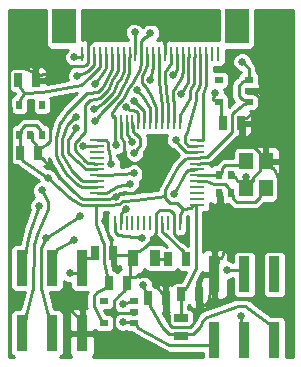
<source format=gtl>
G04 (created by PCBNEW (2013-jul-07)-stable) date Mon 11 May 2015 05:44:55 PM EDT*
%MOIN*%
G04 Gerber Fmt 3.4, Leading zero omitted, Abs format*
%FSLAX34Y34*%
G01*
G70*
G90*
G04 APERTURE LIST*
%ADD10C,0.00590551*%
%ADD11R,0.047X0.055*%
%ADD12R,0.02X0.03*%
%ADD13R,0.03X0.02*%
%ADD14R,0.035X0.055*%
%ADD15R,0.025X0.045*%
%ADD16R,0.045X0.025*%
%ADD17R,0.038X0.119*%
%ADD18R,0.023622X0.0275591*%
%ADD19R,0.0787X0.1181*%
%ADD20R,0.00984252X0.0492*%
%ADD21R,0.0472441X0.0102362*%
%ADD22R,0.0102362X0.0472441*%
%ADD23C,0.025*%
%ADD24C,0.009*%
%ADD25C,0.01*%
G04 APERTURE END LIST*
G54D10*
G54D11*
X32013Y-27767D03*
X32683Y-27767D03*
X32683Y-26867D03*
X32013Y-26867D03*
G54D12*
X24458Y-25985D03*
X25208Y-25985D03*
X24458Y-24985D03*
X24833Y-25985D03*
X25208Y-24985D03*
G54D13*
X28277Y-32265D03*
X28277Y-31515D03*
X27277Y-32265D03*
X28277Y-31890D03*
X27277Y-31515D03*
X32108Y-24892D03*
X32108Y-24142D03*
X31108Y-24892D03*
X32108Y-24517D03*
X31108Y-24142D03*
G54D14*
X29000Y-30086D03*
X28250Y-30086D03*
G54D15*
X30453Y-31303D03*
X29853Y-31303D03*
G54D16*
X29856Y-32097D03*
X29856Y-32697D03*
G54D15*
X29347Y-31437D03*
X28747Y-31437D03*
X27002Y-29914D03*
X27602Y-29914D03*
X27465Y-30918D03*
X28065Y-30918D03*
X24487Y-26578D03*
X25087Y-26578D03*
X29434Y-30132D03*
X30034Y-30132D03*
G54D17*
X26558Y-32599D03*
X25558Y-32599D03*
X24558Y-32599D03*
X26558Y-30419D03*
X25558Y-30419D03*
X24558Y-30419D03*
X32969Y-32818D03*
X31969Y-32818D03*
X30969Y-32818D03*
X32969Y-30638D03*
X31969Y-30638D03*
X30969Y-30638D03*
G54D18*
X31132Y-27938D03*
X31132Y-27308D03*
X31526Y-27938D03*
X31526Y-27308D03*
G54D15*
X25011Y-24158D03*
X24411Y-24158D03*
X31261Y-25589D03*
X31861Y-25589D03*
G54D19*
X31718Y-22360D03*
X25957Y-22360D03*
G54D20*
X26564Y-23275D03*
X26761Y-23275D03*
X26957Y-23275D03*
X27154Y-23275D03*
X27351Y-23275D03*
X27548Y-23275D03*
X27745Y-23275D03*
X27942Y-23275D03*
X28138Y-23275D03*
X28335Y-23275D03*
X28532Y-23275D03*
X28729Y-23275D03*
X28926Y-23275D03*
X29123Y-23275D03*
X29320Y-23275D03*
X29516Y-23275D03*
X29713Y-23275D03*
X29910Y-23275D03*
X30107Y-23275D03*
X30304Y-23275D03*
X30501Y-23275D03*
X30698Y-23275D03*
X30894Y-23275D03*
X31091Y-23275D03*
G54D21*
X30401Y-28319D03*
X30401Y-28122D03*
X30401Y-27925D03*
X30401Y-27729D03*
X30401Y-27532D03*
X30401Y-27335D03*
X30401Y-27138D03*
X30401Y-26941D03*
X30401Y-26744D03*
X30401Y-26548D03*
X30401Y-26351D03*
X30401Y-26154D03*
G54D22*
X29810Y-25563D03*
X29416Y-25563D03*
X29220Y-25563D03*
X29023Y-25563D03*
X28629Y-25563D03*
X28432Y-25563D03*
X28235Y-25563D03*
X28039Y-25563D03*
X27842Y-25563D03*
X27645Y-25563D03*
G54D21*
X27054Y-26154D03*
G54D22*
X29613Y-25563D03*
X28826Y-25563D03*
G54D21*
X27054Y-26351D03*
X27054Y-26548D03*
X27054Y-26744D03*
X27054Y-26941D03*
X27054Y-27138D03*
X27054Y-27335D03*
X27054Y-27532D03*
X27054Y-27729D03*
X27054Y-27925D03*
X27054Y-28319D03*
G54D22*
X27842Y-28910D03*
G54D21*
X27054Y-28122D03*
G54D22*
X27645Y-28910D03*
X28039Y-28910D03*
X28235Y-28910D03*
X28432Y-28910D03*
X28629Y-28910D03*
X28826Y-28910D03*
X29023Y-28910D03*
X29220Y-28910D03*
X29416Y-28910D03*
X29613Y-28910D03*
X29810Y-28910D03*
G54D23*
X26152Y-30600D03*
X27911Y-32217D03*
X27911Y-31635D03*
X27532Y-26956D03*
X26281Y-29474D03*
X26602Y-26366D03*
X25212Y-27837D03*
X29853Y-24625D03*
X29676Y-26148D03*
X32360Y-25670D03*
X29505Y-22455D03*
X25310Y-23500D03*
X29337Y-26873D03*
X30750Y-29500D03*
X30000Y-29510D03*
X26145Y-31800D03*
X32010Y-28850D03*
X32010Y-27390D03*
X27691Y-28041D03*
X27332Y-28840D03*
X24407Y-29471D03*
X26984Y-25511D03*
X26370Y-25769D03*
X30996Y-24576D03*
X28306Y-22558D03*
X28599Y-30994D03*
X29627Y-27954D03*
X29576Y-23999D03*
X28296Y-27260D03*
X26954Y-25117D03*
X26357Y-25385D03*
X28230Y-26209D03*
X25124Y-28343D03*
X26973Y-24287D03*
X28283Y-24841D03*
X26385Y-24006D03*
X28015Y-25068D03*
X28387Y-24484D03*
X26295Y-23399D03*
X31399Y-30488D03*
X28539Y-29410D03*
X31868Y-32007D03*
X28156Y-27618D03*
X26476Y-28683D03*
X28299Y-26584D03*
X25348Y-29411D03*
X31892Y-23548D03*
X28836Y-22578D03*
X25418Y-27415D03*
X27703Y-26338D03*
X28026Y-28449D03*
X28826Y-24147D03*
G54D24*
X26368Y-30600D02*
X26152Y-30600D01*
X26413Y-30600D02*
X26368Y-30600D01*
X26558Y-30419D02*
X26413Y-30600D01*
X28127Y-32217D02*
X27911Y-32217D01*
X28172Y-32217D02*
X28127Y-32217D01*
X28277Y-32265D02*
X28172Y-32217D01*
X28382Y-32320D02*
X28277Y-32265D01*
X28382Y-32365D02*
X28382Y-32320D01*
X28382Y-32384D02*
X28382Y-32365D01*
X28408Y-32410D02*
X28382Y-32384D01*
X29462Y-32980D02*
X28408Y-32410D01*
X29555Y-33003D02*
X29462Y-32980D01*
X30779Y-33003D02*
X29555Y-33003D01*
X30824Y-33003D02*
X30779Y-33003D01*
X30969Y-32818D02*
X30824Y-33003D01*
X26922Y-30094D02*
X27002Y-29914D01*
X26877Y-30094D02*
X26922Y-30094D01*
X26748Y-30094D02*
X26877Y-30094D01*
X26703Y-30094D02*
X26748Y-30094D01*
X26558Y-30419D02*
X26703Y-30094D01*
X28108Y-31570D02*
X27911Y-31635D01*
X28127Y-31570D02*
X28108Y-31570D01*
X28172Y-31570D02*
X28127Y-31570D01*
X28277Y-31515D02*
X28172Y-31570D01*
X27466Y-26526D02*
X27532Y-26956D01*
X27434Y-26450D02*
X27466Y-26526D01*
X27434Y-26285D02*
X27434Y-26450D01*
X27430Y-26242D02*
X27434Y-26285D01*
X27348Y-26160D02*
X27430Y-26242D01*
X27290Y-26160D02*
X27348Y-26160D01*
X27245Y-26160D02*
X27290Y-26160D01*
X27054Y-26154D02*
X27245Y-26160D01*
X25703Y-29869D02*
X25558Y-30419D01*
X25703Y-29824D02*
X25703Y-29869D01*
X25703Y-29806D02*
X25703Y-29824D01*
X25729Y-29779D02*
X25703Y-29806D01*
X26281Y-29474D02*
X25729Y-29779D01*
X26756Y-26357D02*
X26602Y-26366D01*
X26818Y-26357D02*
X26756Y-26357D01*
X26863Y-26357D02*
X26818Y-26357D01*
X27054Y-26351D02*
X26863Y-26357D01*
X24703Y-32049D02*
X24558Y-32599D01*
X24703Y-32004D02*
X24703Y-32049D01*
X24703Y-31986D02*
X24703Y-32004D01*
X24929Y-31090D02*
X24703Y-31986D01*
X24960Y-29655D02*
X24929Y-31090D01*
X25041Y-29284D02*
X24960Y-29655D01*
X25430Y-28470D02*
X25041Y-29284D01*
X25430Y-28216D02*
X25430Y-28470D01*
X25212Y-27837D02*
X25430Y-28216D01*
X30103Y-23476D02*
X30107Y-23275D01*
X30103Y-23521D02*
X30103Y-23476D01*
X30076Y-24205D02*
X30103Y-23521D01*
X30075Y-24207D02*
X30076Y-24205D01*
X29853Y-24625D02*
X30075Y-24207D01*
X29783Y-26318D02*
X29676Y-26148D01*
X30007Y-26541D02*
X29783Y-26318D01*
X30165Y-26541D02*
X30007Y-26541D01*
X30210Y-26541D02*
X30165Y-26541D01*
X30401Y-26548D02*
X30210Y-26541D01*
X30497Y-23476D02*
X30501Y-23275D01*
X30497Y-23521D02*
X30497Y-23476D01*
X30497Y-23975D02*
X30497Y-23521D01*
X30496Y-24289D02*
X30497Y-23975D01*
X30431Y-24445D02*
X30496Y-24289D01*
X30376Y-24530D02*
X30431Y-24445D01*
X30361Y-24567D02*
X30376Y-24530D01*
X30361Y-24833D02*
X30361Y-24567D01*
X30043Y-25875D02*
X30361Y-24833D01*
X29983Y-26027D02*
X30043Y-25875D01*
X29983Y-26085D02*
X29983Y-26027D01*
X29983Y-26235D02*
X29983Y-26085D01*
X30089Y-26342D02*
X29983Y-26235D01*
X30107Y-26345D02*
X30089Y-26342D01*
X30165Y-26345D02*
X30107Y-26345D01*
X30210Y-26345D02*
X30165Y-26345D01*
X30401Y-26351D02*
X30210Y-26345D01*
X30702Y-23476D02*
X30698Y-23275D01*
X30702Y-23521D02*
X30702Y-23476D01*
X30702Y-24330D02*
X30702Y-23521D01*
X30576Y-24634D02*
X30702Y-24330D01*
X30576Y-26103D02*
X30576Y-24634D01*
X30576Y-26148D02*
X30576Y-26103D01*
X30401Y-26154D02*
X30576Y-26148D01*
X30300Y-23476D02*
X30304Y-23275D01*
X30300Y-23521D02*
X30300Y-23476D01*
X30300Y-23956D02*
X30300Y-23521D01*
X30286Y-24247D02*
X30300Y-23956D01*
X30253Y-24326D02*
X30286Y-24247D01*
X30195Y-24408D02*
X30253Y-24326D01*
X30147Y-24524D02*
X30195Y-24408D01*
X30147Y-24747D02*
X30147Y-24524D01*
X29816Y-25308D02*
X30147Y-24747D01*
X29816Y-25327D02*
X29816Y-25308D01*
X29816Y-25372D02*
X29816Y-25327D01*
X29810Y-25563D02*
X29816Y-25372D01*
X29906Y-23476D02*
X29910Y-23275D01*
X29906Y-23521D02*
X29906Y-23476D01*
X29906Y-23871D02*
X29906Y-23521D01*
X29866Y-24119D02*
X29906Y-23871D01*
X29828Y-24163D02*
X29866Y-24119D01*
X29573Y-24509D02*
X29828Y-24163D01*
X29573Y-24741D02*
X29573Y-24509D01*
X29607Y-24958D02*
X29573Y-24741D01*
X29607Y-25327D02*
X29607Y-24958D01*
X29607Y-25372D02*
X29607Y-25327D01*
X29613Y-25563D02*
X29607Y-25372D01*
X29512Y-23476D02*
X29516Y-23275D01*
X29512Y-23521D02*
X29512Y-23476D01*
X29512Y-23580D02*
X29512Y-23521D01*
X29506Y-23596D02*
X29512Y-23580D01*
X29317Y-23892D02*
X29506Y-23596D01*
X29317Y-24106D02*
X29317Y-23892D01*
X29373Y-24824D02*
X29317Y-24106D01*
X29410Y-24997D02*
X29373Y-24824D01*
X29410Y-25327D02*
X29410Y-24997D01*
X29410Y-25372D02*
X29410Y-25327D01*
X29416Y-25563D02*
X29410Y-25372D01*
X29119Y-23476D02*
X29123Y-23275D01*
X29119Y-23521D02*
X29119Y-23476D01*
X29119Y-23754D02*
X29119Y-23521D01*
X29110Y-23806D02*
X29119Y-23754D01*
X29110Y-24192D02*
X29110Y-23806D01*
X29213Y-25036D02*
X29110Y-24192D01*
X29213Y-25327D02*
X29213Y-25036D01*
X29213Y-25372D02*
X29213Y-25327D01*
X29220Y-25563D02*
X29213Y-25372D01*
X28725Y-23476D02*
X28729Y-23275D01*
X28725Y-23521D02*
X28725Y-23476D01*
X28725Y-23662D02*
X28725Y-23521D01*
X28629Y-23886D02*
X28725Y-23662D01*
X28560Y-24036D02*
X28629Y-23886D01*
X28560Y-24257D02*
X28560Y-24036D01*
X28661Y-24370D02*
X28560Y-24257D01*
X28811Y-24614D02*
X28661Y-24370D01*
X28981Y-24989D02*
X28811Y-24614D01*
X29017Y-25075D02*
X28981Y-24989D01*
X29017Y-25327D02*
X29017Y-25075D01*
X29017Y-25372D02*
X29017Y-25327D01*
X29023Y-25563D02*
X29017Y-25372D01*
X27544Y-23476D02*
X27548Y-23275D01*
X27544Y-23521D02*
X27544Y-23476D01*
X27544Y-23793D02*
X27544Y-23521D01*
X27493Y-23917D02*
X27544Y-23793D01*
X27241Y-24398D02*
X27493Y-23917D01*
X27084Y-24555D02*
X27241Y-24398D01*
X26742Y-24590D02*
X27084Y-24555D01*
X26731Y-24595D02*
X26742Y-24590D01*
X26230Y-25078D02*
X26731Y-24595D01*
X26050Y-25258D02*
X26230Y-25078D01*
X25843Y-25542D02*
X26050Y-25258D01*
X25837Y-25556D02*
X25843Y-25542D01*
X25683Y-26076D02*
X25837Y-25556D01*
X25683Y-26656D02*
X25683Y-26076D01*
X25747Y-26811D02*
X25683Y-26656D01*
X26037Y-27286D02*
X25747Y-26811D01*
X26422Y-27671D02*
X26037Y-27286D01*
X26546Y-27722D02*
X26422Y-27671D01*
X26818Y-27722D02*
X26546Y-27722D01*
X26863Y-27722D02*
X26818Y-27722D01*
X27054Y-27729D02*
X26863Y-27722D01*
X31861Y-25589D02*
X32279Y-25589D01*
X32279Y-25589D02*
X32360Y-25670D01*
X29320Y-23275D02*
X29320Y-22639D01*
X29320Y-22639D02*
X29505Y-22455D01*
X25011Y-24158D02*
X25011Y-23798D01*
X25011Y-23798D02*
X25310Y-23500D01*
X28603Y-27342D02*
X28784Y-27342D01*
X29253Y-26873D02*
X29337Y-26873D01*
X28784Y-27342D02*
X29253Y-26873D01*
X29613Y-28910D02*
X29613Y-29283D01*
X30969Y-29719D02*
X30969Y-30638D01*
X30750Y-29500D02*
X30969Y-29719D01*
X29840Y-29510D02*
X30000Y-29510D01*
X29613Y-29283D02*
X29840Y-29510D01*
X26558Y-32599D02*
X26558Y-32213D01*
X26558Y-32213D02*
X26145Y-31800D01*
X32013Y-27767D02*
X32013Y-27393D01*
X31660Y-28670D02*
X31660Y-28670D01*
X31830Y-28670D02*
X31660Y-28670D01*
X32010Y-28850D02*
X31830Y-28670D01*
X32013Y-27393D02*
X32010Y-27390D01*
X24407Y-29471D02*
X24180Y-26879D01*
X24180Y-26879D02*
X24176Y-26293D01*
X24176Y-26293D02*
X24176Y-26210D01*
X24176Y-26210D02*
X24176Y-26060D01*
X24176Y-26060D02*
X24176Y-25677D01*
X24176Y-25677D02*
X24347Y-25442D01*
X28065Y-30818D02*
X28145Y-30738D01*
X28065Y-30918D02*
X28065Y-30818D01*
X24888Y-26090D02*
X24833Y-25985D01*
X24888Y-26135D02*
X24888Y-26090D01*
X24888Y-26154D02*
X24888Y-26135D01*
X25007Y-26335D02*
X24888Y-26154D01*
X25007Y-26353D02*
X25007Y-26335D01*
X25007Y-26398D02*
X25007Y-26353D01*
X25087Y-26578D02*
X25007Y-26398D01*
X24931Y-23978D02*
X25011Y-24158D01*
X24931Y-23933D02*
X24931Y-23978D01*
X24931Y-23914D02*
X24931Y-23933D01*
X24905Y-23888D02*
X24931Y-23914D01*
X24611Y-23751D02*
X24905Y-23888D01*
X24361Y-23751D02*
X24611Y-23751D01*
X24211Y-23751D02*
X24361Y-23751D01*
X24105Y-23858D02*
X24211Y-23751D01*
X24105Y-24308D02*
X24105Y-23858D01*
X24105Y-24458D02*
X24105Y-24308D01*
X24176Y-25210D02*
X24105Y-24458D01*
X24347Y-25442D02*
X24176Y-25210D01*
X27606Y-32091D02*
X27727Y-31926D01*
X27606Y-32439D02*
X27606Y-32091D01*
X27501Y-32545D02*
X27606Y-32439D01*
X27457Y-32547D02*
X27501Y-32545D01*
X26748Y-32547D02*
X27457Y-32547D01*
X26703Y-32547D02*
X26748Y-32547D01*
X26558Y-32599D02*
X26703Y-32547D01*
X30371Y-32054D02*
X30586Y-31664D01*
X30256Y-32294D02*
X30371Y-32054D01*
X30153Y-32397D02*
X30256Y-32294D01*
X30008Y-32397D02*
X30153Y-32397D01*
X29558Y-32397D02*
X30008Y-32397D01*
X29456Y-32294D02*
X29558Y-32397D01*
X29449Y-32252D02*
X29456Y-32294D01*
X29427Y-31680D02*
X29449Y-32252D01*
X29427Y-31662D02*
X29427Y-31680D01*
X29427Y-31617D02*
X29427Y-31662D01*
X29347Y-31437D02*
X29427Y-31617D01*
X31823Y-27537D02*
X32013Y-27767D01*
X31778Y-27537D02*
X31823Y-27537D01*
X31760Y-27537D02*
X31778Y-27537D01*
X31733Y-27511D02*
X31760Y-27537D01*
X31689Y-27427D02*
X31733Y-27511D01*
X31663Y-27401D02*
X31689Y-27427D01*
X31644Y-27401D02*
X31663Y-27401D01*
X31599Y-27401D02*
X31644Y-27401D01*
X31526Y-27308D02*
X31599Y-27401D01*
X31941Y-25409D02*
X31861Y-25589D01*
X31986Y-25409D02*
X31941Y-25409D01*
X32005Y-25409D02*
X31986Y-25409D01*
X32333Y-25174D02*
X32005Y-25409D01*
X32439Y-25067D02*
X32333Y-25174D01*
X32439Y-24917D02*
X32439Y-25067D01*
X32439Y-24717D02*
X32439Y-24917D01*
X32333Y-24611D02*
X32439Y-24717D01*
X32276Y-24572D02*
X32333Y-24611D01*
X32258Y-24572D02*
X32276Y-24572D01*
X32213Y-24572D02*
X32258Y-24572D01*
X32108Y-24517D02*
X32213Y-24572D01*
X27606Y-31761D02*
X27727Y-31926D01*
X27606Y-31508D02*
X27606Y-31761D01*
X27785Y-31330D02*
X27606Y-31508D01*
X27959Y-31188D02*
X27785Y-31330D01*
X27985Y-31162D02*
X27959Y-31188D01*
X27985Y-31143D02*
X27985Y-31162D01*
X27985Y-31098D02*
X27985Y-31143D01*
X28065Y-30918D02*
X27985Y-31098D01*
X28145Y-30738D02*
X28065Y-30918D01*
X28190Y-30738D02*
X28145Y-30738D01*
X28231Y-30738D02*
X28190Y-30738D01*
X28472Y-30688D02*
X28231Y-30738D01*
X28726Y-30688D02*
X28472Y-30688D01*
X28905Y-30867D02*
X28726Y-30688D01*
X29177Y-31230D02*
X28905Y-30867D01*
X29204Y-31257D02*
X29177Y-31230D01*
X29222Y-31257D02*
X29204Y-31257D01*
X29267Y-31257D02*
X29222Y-31257D01*
X29347Y-31437D02*
X29267Y-31257D01*
X32617Y-28450D02*
X31680Y-28608D01*
X32994Y-28224D02*
X32617Y-28450D01*
X33100Y-28117D02*
X32994Y-28224D01*
X33100Y-27967D02*
X33100Y-28117D01*
X33100Y-27417D02*
X33100Y-27967D01*
X32963Y-27123D02*
X33100Y-27417D01*
X32937Y-27097D02*
X32963Y-27123D01*
X32918Y-27097D02*
X32937Y-27097D01*
X32873Y-27097D02*
X32918Y-27097D01*
X32683Y-26867D02*
X32873Y-27097D01*
X29316Y-23074D02*
X29320Y-23275D01*
X29316Y-23029D02*
X29316Y-23074D01*
X29077Y-22290D02*
X29316Y-23029D01*
X29070Y-22275D02*
X29077Y-22290D01*
X28622Y-22298D02*
X29070Y-22275D01*
X28106Y-22268D02*
X28622Y-22298D01*
X27712Y-22432D02*
X28106Y-22268D01*
X26878Y-22847D02*
X27712Y-22432D01*
X26771Y-22954D02*
X26878Y-22847D01*
X26765Y-22970D02*
X26771Y-22954D01*
X26765Y-23029D02*
X26765Y-22970D01*
X26765Y-23074D02*
X26765Y-23029D01*
X26761Y-23275D02*
X26765Y-23074D01*
X29017Y-29101D02*
X29023Y-28910D01*
X29017Y-29146D02*
X29017Y-29101D01*
X29017Y-29209D02*
X29017Y-29146D01*
X28844Y-29536D02*
X29017Y-29209D01*
X28665Y-29715D02*
X28844Y-29536D01*
X28443Y-29856D02*
X28665Y-29715D01*
X28425Y-29856D02*
X28443Y-29856D01*
X28380Y-29856D02*
X28425Y-29856D01*
X28250Y-30086D02*
X28380Y-29856D01*
X30800Y-26935D02*
X31938Y-26245D01*
X30637Y-26935D02*
X30800Y-26935D01*
X30592Y-26935D02*
X30637Y-26935D01*
X30401Y-26941D02*
X30592Y-26935D01*
X27804Y-27928D02*
X27691Y-28041D01*
X27815Y-27924D02*
X27804Y-27928D01*
X28281Y-27922D02*
X27815Y-27924D01*
X28459Y-27744D02*
X28281Y-27922D01*
X28603Y-27387D02*
X28459Y-27744D01*
X28603Y-27133D02*
X28603Y-27342D01*
X28603Y-27342D02*
X28603Y-27387D01*
X28423Y-26954D02*
X28603Y-27133D01*
X28175Y-26882D02*
X28423Y-26954D01*
X28001Y-26708D02*
X28175Y-26882D01*
X27967Y-26318D02*
X28001Y-26708D01*
X27967Y-26229D02*
X27967Y-26318D01*
X27860Y-26052D02*
X27967Y-26229D01*
X27848Y-26021D02*
X27860Y-26052D01*
X27848Y-25800D02*
X27848Y-26021D01*
X27848Y-25755D02*
X27848Y-25800D01*
X27842Y-25563D02*
X27848Y-25755D01*
X26757Y-23476D02*
X26761Y-23275D01*
X26757Y-23521D02*
X26757Y-23476D01*
X26757Y-23580D02*
X26757Y-23521D01*
X26673Y-23664D02*
X26757Y-23580D01*
X26586Y-23692D02*
X26673Y-23664D01*
X26420Y-23703D02*
X26586Y-23692D01*
X26259Y-23703D02*
X26420Y-23703D01*
X25155Y-23978D02*
X26259Y-23703D01*
X25136Y-23978D02*
X25155Y-23978D01*
X25091Y-23978D02*
X25136Y-23978D01*
X25011Y-24158D02*
X25091Y-23978D01*
X24389Y-25427D02*
X24347Y-25442D01*
X24727Y-25427D02*
X24389Y-25427D01*
X25102Y-25427D02*
X24727Y-25427D01*
X25259Y-25470D02*
X25102Y-25427D01*
X25473Y-25684D02*
X25259Y-25470D01*
X25473Y-26067D02*
X25473Y-25684D01*
X25473Y-26203D02*
X25473Y-26067D01*
X25376Y-26300D02*
X25473Y-26203D01*
X25230Y-26398D02*
X25376Y-26300D01*
X25212Y-26398D02*
X25230Y-26398D01*
X25167Y-26398D02*
X25212Y-26398D01*
X25087Y-26578D02*
X25167Y-26398D01*
X29607Y-28719D02*
X29613Y-28910D01*
X29607Y-28674D02*
X29607Y-28719D01*
X29607Y-28612D02*
X29607Y-28674D01*
X29520Y-28524D02*
X29607Y-28612D01*
X29451Y-28492D02*
X29520Y-28524D01*
X29289Y-28492D02*
X29451Y-28492D01*
X29138Y-28492D02*
X29289Y-28492D01*
X29032Y-28598D02*
X29138Y-28492D01*
X29029Y-28616D02*
X29032Y-28598D01*
X29029Y-28674D02*
X29029Y-28616D01*
X29029Y-28719D02*
X29029Y-28674D01*
X29023Y-28910D02*
X29029Y-28719D01*
X27245Y-28116D02*
X27054Y-28122D01*
X27290Y-28116D02*
X27245Y-28116D01*
X27448Y-28116D02*
X27290Y-28116D01*
X27691Y-28041D02*
X27448Y-28116D01*
X25167Y-26758D02*
X25087Y-26578D01*
X25212Y-26758D02*
X25167Y-26758D01*
X25230Y-26758D02*
X25212Y-26758D01*
X25257Y-26785D02*
X25230Y-26758D01*
X25725Y-27288D02*
X25257Y-26785D01*
X25820Y-27431D02*
X25725Y-27288D01*
X26277Y-27888D02*
X25820Y-27431D01*
X26534Y-28094D02*
X26277Y-27888D01*
X26585Y-28115D02*
X26534Y-28094D01*
X26760Y-28116D02*
X26585Y-28115D01*
X26818Y-28116D02*
X26760Y-28116D01*
X26863Y-28116D02*
X26818Y-28116D01*
X27054Y-28122D02*
X26863Y-28116D01*
X30533Y-31483D02*
X30453Y-31303D01*
X30533Y-31528D02*
X30533Y-31483D01*
X30533Y-31547D02*
X30533Y-31528D01*
X30586Y-31664D02*
X30533Y-31547D01*
X27412Y-29303D02*
X27332Y-28840D01*
X27522Y-29525D02*
X27412Y-29303D01*
X27522Y-29689D02*
X27522Y-29525D01*
X27522Y-29734D02*
X27522Y-29689D01*
X27602Y-29914D02*
X27522Y-29734D01*
X32493Y-26637D02*
X32683Y-26867D01*
X32493Y-26592D02*
X32493Y-26637D01*
X32493Y-26573D02*
X32493Y-26592D01*
X32467Y-26547D02*
X32493Y-26573D01*
X32324Y-26411D02*
X32467Y-26547D01*
X31938Y-26245D02*
X32324Y-26411D01*
X28172Y-31926D02*
X28277Y-31890D01*
X28127Y-31926D02*
X28172Y-31926D01*
X27790Y-31926D02*
X28127Y-31926D01*
X27727Y-31926D02*
X27790Y-31926D01*
X31114Y-30088D02*
X30969Y-30638D01*
X31159Y-30088D02*
X31114Y-30088D01*
X31177Y-30088D02*
X31159Y-30088D01*
X31204Y-30061D02*
X31177Y-30088D01*
X31660Y-28670D02*
X31204Y-30061D01*
X31680Y-28608D02*
X31660Y-28670D01*
X31475Y-28484D02*
X31680Y-28608D01*
X31236Y-28245D02*
X31475Y-28484D01*
X31205Y-28094D02*
X31236Y-28245D01*
X31205Y-28076D02*
X31205Y-28094D01*
X31205Y-28031D02*
X31205Y-28076D01*
X31132Y-27938D02*
X31205Y-28031D01*
X32203Y-27537D02*
X32013Y-27767D01*
X32248Y-27537D02*
X32203Y-27537D01*
X32226Y-27449D02*
X32248Y-27537D01*
X32253Y-27423D02*
X32226Y-27449D01*
X32493Y-27161D02*
X32253Y-27423D01*
X32493Y-27142D02*
X32493Y-27161D01*
X32493Y-27097D02*
X32493Y-27142D01*
X32683Y-26867D02*
X32493Y-27097D01*
X30653Y-31664D02*
X30586Y-31664D01*
X30969Y-30638D02*
X30824Y-31188D01*
X30824Y-31188D02*
X30824Y-31233D01*
X30824Y-31233D02*
X30759Y-31558D01*
X30759Y-31558D02*
X30653Y-31664D01*
X31941Y-25814D02*
X31938Y-26245D01*
X31941Y-25769D02*
X31941Y-25814D01*
X31861Y-25589D02*
X31941Y-25769D01*
X28120Y-30000D02*
X28250Y-30086D01*
X28075Y-30000D02*
X28120Y-30000D01*
X27727Y-30000D02*
X28075Y-30000D01*
X27682Y-30000D02*
X27727Y-30000D01*
X27602Y-29914D02*
X27682Y-30000D01*
X28190Y-30738D02*
X28145Y-30738D01*
X28145Y-30738D02*
X28190Y-30738D01*
X28065Y-30918D02*
X28145Y-30738D01*
X28145Y-30738D02*
X28065Y-30918D01*
X28145Y-30693D02*
X28145Y-30738D01*
X28145Y-30361D02*
X28145Y-30693D01*
X28145Y-30316D02*
X28145Y-30361D01*
X28250Y-30086D02*
X28145Y-30316D01*
X28145Y-30693D02*
X28145Y-30738D01*
X28145Y-30738D02*
X28145Y-30693D01*
X28065Y-30918D02*
X28145Y-30738D01*
X26103Y-26158D02*
X26370Y-25769D01*
X26102Y-26160D02*
X26103Y-26158D01*
X26102Y-26572D02*
X26102Y-26160D01*
X26103Y-26574D02*
X26102Y-26572D01*
X26395Y-26865D02*
X26103Y-26574D01*
X26675Y-27132D02*
X26395Y-26865D01*
X26818Y-27132D02*
X26675Y-27132D01*
X26863Y-27132D02*
X26818Y-27132D01*
X27054Y-27138D02*
X26863Y-27132D01*
X28134Y-23476D02*
X28138Y-23275D01*
X28134Y-23521D02*
X28134Y-23476D01*
X28134Y-23891D02*
X28134Y-23521D01*
X28131Y-23910D02*
X28134Y-23891D01*
X27991Y-24249D02*
X28131Y-23910D01*
X27941Y-24299D02*
X27991Y-24249D01*
X27755Y-24683D02*
X27941Y-24299D01*
X27265Y-25172D02*
X27755Y-24683D01*
X27235Y-25234D02*
X27265Y-25172D01*
X26984Y-25511D02*
X27235Y-25234D01*
X31184Y-24947D02*
X31108Y-24892D01*
X31184Y-24992D02*
X31184Y-24947D01*
X31184Y-25364D02*
X31184Y-24992D01*
X31184Y-25409D02*
X31184Y-25364D01*
X31261Y-25589D02*
X31184Y-25409D01*
X31003Y-24837D02*
X31108Y-24892D01*
X30958Y-24837D02*
X31003Y-24837D01*
X30939Y-24837D02*
X30958Y-24837D01*
X30913Y-24811D02*
X30939Y-24837D01*
X30913Y-24774D02*
X30913Y-24811D01*
X30913Y-24755D02*
X30913Y-24774D01*
X30996Y-24576D02*
X30913Y-24755D01*
X28335Y-23029D02*
X28306Y-22558D01*
X28335Y-23074D02*
X28335Y-23029D01*
X28335Y-23275D02*
X28335Y-23074D01*
X24494Y-24809D02*
X24632Y-24596D01*
X24494Y-24835D02*
X24494Y-24809D01*
X24494Y-24880D02*
X24494Y-24835D01*
X24458Y-24985D02*
X24494Y-24880D01*
X25211Y-24564D02*
X24632Y-24596D01*
X26512Y-24313D02*
X25211Y-24564D01*
X26835Y-24041D02*
X26512Y-24313D01*
X27134Y-23743D02*
X26835Y-24041D01*
X27138Y-23732D02*
X27134Y-23743D01*
X27150Y-23702D02*
X27138Y-23732D01*
X27150Y-23521D02*
X27150Y-23702D01*
X27150Y-23476D02*
X27150Y-23521D01*
X27154Y-23275D02*
X27150Y-23476D01*
X24491Y-24401D02*
X24632Y-24596D01*
X24491Y-24383D02*
X24491Y-24401D01*
X24491Y-24338D02*
X24491Y-24383D01*
X24411Y-24158D02*
X24491Y-24338D01*
X29130Y-30109D02*
X29000Y-30086D01*
X29175Y-30109D02*
X29130Y-30109D01*
X29309Y-30109D02*
X29175Y-30109D01*
X29354Y-30109D02*
X29309Y-30109D01*
X29434Y-30132D02*
X29354Y-30109D01*
X31453Y-27845D02*
X31526Y-27938D01*
X31453Y-27800D02*
X31453Y-27845D01*
X31453Y-27781D02*
X31453Y-27800D01*
X31428Y-27727D02*
X31453Y-27781D01*
X31324Y-27623D02*
X31428Y-27727D01*
X30941Y-27623D02*
X31324Y-27623D01*
X30699Y-27538D02*
X30941Y-27623D01*
X30637Y-27538D02*
X30699Y-27538D01*
X30592Y-27538D02*
X30637Y-27538D01*
X30401Y-27532D02*
X30592Y-27538D01*
X32493Y-27997D02*
X32683Y-27767D01*
X32493Y-28042D02*
X32493Y-27997D01*
X32493Y-28061D02*
X32493Y-28042D01*
X32467Y-28087D02*
X32493Y-28061D01*
X32324Y-28224D02*
X32467Y-28087D01*
X32173Y-28224D02*
X32324Y-28224D01*
X31748Y-28224D02*
X32173Y-28224D01*
X31704Y-28221D02*
X31748Y-28224D01*
X31599Y-28116D02*
X31704Y-28221D01*
X31599Y-28076D02*
X31599Y-28116D01*
X31599Y-28031D02*
X31599Y-28076D01*
X31526Y-27938D02*
X31599Y-28031D01*
X31059Y-27329D02*
X31132Y-27308D01*
X31014Y-27329D02*
X31059Y-27329D01*
X30637Y-27329D02*
X31014Y-27329D01*
X30592Y-27329D02*
X30637Y-27329D01*
X30401Y-27335D02*
X30592Y-27329D01*
X31823Y-26988D02*
X32013Y-26867D01*
X31778Y-26988D02*
X31823Y-26988D01*
X31333Y-26988D02*
X31778Y-26988D01*
X31226Y-27095D02*
X31333Y-26988D01*
X31205Y-27151D02*
X31226Y-27095D01*
X31205Y-27170D02*
X31205Y-27151D01*
X31205Y-27215D02*
X31205Y-27170D01*
X31132Y-27308D02*
X31205Y-27215D01*
X29954Y-29952D02*
X30034Y-30132D01*
X29954Y-29907D02*
X29954Y-29952D01*
X29954Y-29888D02*
X29954Y-29907D01*
X29928Y-29862D02*
X29954Y-29888D01*
X29313Y-29296D02*
X29928Y-29862D01*
X29226Y-29208D02*
X29313Y-29296D01*
X29226Y-29146D02*
X29226Y-29208D01*
X29226Y-29101D02*
X29226Y-29146D01*
X29220Y-28910D02*
X29226Y-29101D01*
X29983Y-27254D02*
X29627Y-27954D01*
X30089Y-27147D02*
X29983Y-27254D01*
X30107Y-27144D02*
X30089Y-27147D01*
X30165Y-27144D02*
X30107Y-27144D01*
X30210Y-27144D02*
X30165Y-27144D01*
X30401Y-27138D02*
X30210Y-27144D01*
X30036Y-32617D02*
X29856Y-32697D01*
X30081Y-32617D02*
X30036Y-32617D01*
X30244Y-32617D02*
X30081Y-32617D01*
X30476Y-32385D02*
X30244Y-32617D01*
X30597Y-32148D02*
X30476Y-32385D01*
X30704Y-32041D02*
X30597Y-32148D01*
X31741Y-31700D02*
X30704Y-32041D01*
X31995Y-31700D02*
X31741Y-31700D01*
X32760Y-32268D02*
X31995Y-31700D01*
X32779Y-32268D02*
X32760Y-32268D01*
X32824Y-32268D02*
X32779Y-32268D01*
X32969Y-32818D02*
X32824Y-32268D01*
X29676Y-32617D02*
X29856Y-32697D01*
X29631Y-32617D02*
X29676Y-32617D01*
X29467Y-32617D02*
X29631Y-32617D01*
X29236Y-32385D02*
X29467Y-32617D01*
X28827Y-31680D02*
X29236Y-32385D01*
X28827Y-31662D02*
X28827Y-31680D01*
X28827Y-31617D02*
X28827Y-31662D01*
X28747Y-31437D02*
X28827Y-31617D01*
X28667Y-31257D02*
X28747Y-31437D01*
X28667Y-31212D02*
X28667Y-31257D01*
X28667Y-31193D02*
X28667Y-31212D01*
X28599Y-30994D02*
X28667Y-31193D01*
X27348Y-27329D02*
X28296Y-27260D01*
X27290Y-27329D02*
X27348Y-27329D01*
X27245Y-27329D02*
X27290Y-27329D01*
X27054Y-27335D02*
X27245Y-27329D01*
X29709Y-23476D02*
X29713Y-23275D01*
X29709Y-23521D02*
X29709Y-23476D01*
X29709Y-23793D02*
X29709Y-23521D01*
X29658Y-23917D02*
X29709Y-23793D01*
X29576Y-23999D02*
X29658Y-23917D01*
X27938Y-23476D02*
X27942Y-23275D01*
X27938Y-23521D02*
X27938Y-23476D01*
X27938Y-23871D02*
X27938Y-23521D01*
X27827Y-24140D02*
X27938Y-23871D01*
X27769Y-24197D02*
X27827Y-24140D01*
X27595Y-24576D02*
X27769Y-24197D01*
X27263Y-24909D02*
X27595Y-24576D01*
X26954Y-25117D02*
X27263Y-24909D01*
X26243Y-25462D02*
X26357Y-25385D01*
X26064Y-25642D02*
X26243Y-25462D01*
X25892Y-26118D02*
X26064Y-25642D01*
X25892Y-26614D02*
X25892Y-26118D01*
X25925Y-26692D02*
X25892Y-26614D01*
X26205Y-27174D02*
X25925Y-26692D01*
X26534Y-27504D02*
X26205Y-27174D01*
X26585Y-27525D02*
X26534Y-27504D01*
X26760Y-27526D02*
X26585Y-27525D01*
X26818Y-27526D02*
X26760Y-27526D01*
X26863Y-27526D02*
X26818Y-27526D01*
X27054Y-27532D02*
X26863Y-27526D01*
X24703Y-29869D02*
X24558Y-30419D01*
X24703Y-29824D02*
X24703Y-29869D01*
X24703Y-29806D02*
X24703Y-29824D01*
X24733Y-29591D02*
X24703Y-29806D01*
X24815Y-29198D02*
X24733Y-29591D01*
X25124Y-28343D02*
X24815Y-29198D01*
X28045Y-25957D02*
X28230Y-26209D01*
X28045Y-25800D02*
X28045Y-25957D01*
X28045Y-25755D02*
X28045Y-25800D01*
X28039Y-25563D02*
X28045Y-25755D01*
X27347Y-23476D02*
X27351Y-23275D01*
X27347Y-23521D02*
X27347Y-23476D01*
X27347Y-23754D02*
X27347Y-23521D01*
X27326Y-23805D02*
X27347Y-23754D01*
X27295Y-23850D02*
X27326Y-23805D01*
X27277Y-23868D02*
X27295Y-23850D01*
X26973Y-24287D02*
X27277Y-23868D01*
X28623Y-25188D02*
X28283Y-24841D01*
X28623Y-25327D02*
X28623Y-25188D01*
X28623Y-25372D02*
X28623Y-25327D01*
X28629Y-25563D02*
X28623Y-25372D01*
X26953Y-23476D02*
X26957Y-23275D01*
X26953Y-23521D02*
X26953Y-23476D01*
X26953Y-23621D02*
X26953Y-23521D01*
X26948Y-23660D02*
X26953Y-23621D01*
X26752Y-23856D02*
X26948Y-23660D01*
X26385Y-24006D02*
X26752Y-23856D01*
X28157Y-25146D02*
X28015Y-25068D01*
X28165Y-25146D02*
X28157Y-25146D01*
X28255Y-25156D02*
X28165Y-25146D01*
X28306Y-25172D02*
X28255Y-25156D01*
X28344Y-25188D02*
X28306Y-25172D01*
X28426Y-25269D02*
X28344Y-25188D01*
X28426Y-25327D02*
X28426Y-25269D01*
X28426Y-25372D02*
X28426Y-25327D01*
X28432Y-25563D02*
X28426Y-25372D01*
X26560Y-23399D02*
X26564Y-23275D01*
X26515Y-23399D02*
X26560Y-23399D01*
X26295Y-23399D02*
X26515Y-23399D01*
X28590Y-24714D02*
X28387Y-24484D01*
X28814Y-25101D02*
X28590Y-24714D01*
X28820Y-25114D02*
X28814Y-25101D01*
X28820Y-25327D02*
X28820Y-25114D01*
X28820Y-25372D02*
X28820Y-25327D01*
X28826Y-25563D02*
X28820Y-25372D01*
X31824Y-30488D02*
X31969Y-30638D01*
X31779Y-30488D02*
X31824Y-30488D01*
X31399Y-30488D02*
X31779Y-30488D01*
X27760Y-29327D02*
X28539Y-29410D01*
X27654Y-29221D02*
X27760Y-29327D01*
X27651Y-29204D02*
X27654Y-29221D01*
X27651Y-29146D02*
X27651Y-29204D01*
X27651Y-29101D02*
X27651Y-29146D01*
X27645Y-28910D02*
X27651Y-29101D01*
X31868Y-32268D02*
X31969Y-32818D01*
X31868Y-32223D02*
X31868Y-32268D01*
X31868Y-32007D02*
X31868Y-32223D01*
X27768Y-27689D02*
X28156Y-27618D01*
X27671Y-27729D02*
X27768Y-27689D01*
X27582Y-27778D02*
X27671Y-27729D01*
X27366Y-27916D02*
X27582Y-27778D01*
X27348Y-27919D02*
X27366Y-27916D01*
X27290Y-27919D02*
X27348Y-27919D01*
X27245Y-27919D02*
X27290Y-27919D01*
X27054Y-27925D02*
X27245Y-27919D01*
X28498Y-26320D02*
X28299Y-26584D01*
X28498Y-26098D02*
X28498Y-26320D01*
X28341Y-25942D02*
X28498Y-26098D01*
X28323Y-25939D02*
X28341Y-25942D01*
X28242Y-25857D02*
X28323Y-25939D01*
X28242Y-25800D02*
X28242Y-25857D01*
X28242Y-25755D02*
X28242Y-25800D01*
X28235Y-25563D02*
X28242Y-25755D01*
X25186Y-29749D02*
X25348Y-29411D01*
X25186Y-30939D02*
X25186Y-29749D01*
X25186Y-31090D02*
X25186Y-30939D01*
X25413Y-31986D02*
X25186Y-31090D01*
X25413Y-32004D02*
X25413Y-31986D01*
X25413Y-32049D02*
X25413Y-32004D01*
X25558Y-32599D02*
X25413Y-32049D01*
X25348Y-29411D02*
X26476Y-28683D01*
X28665Y-22719D02*
X28695Y-22719D01*
X32108Y-23764D02*
X32108Y-24142D01*
X31892Y-23548D02*
X32108Y-23764D01*
X28695Y-22719D02*
X28836Y-22578D01*
X28532Y-23275D02*
X28532Y-22851D01*
X28532Y-22851D02*
X28665Y-22719D01*
X28665Y-22719D02*
X28641Y-22743D01*
X27639Y-25372D02*
X27645Y-25563D01*
X27594Y-25372D02*
X27639Y-25372D01*
X27575Y-25372D02*
X27594Y-25372D01*
X27549Y-25346D02*
X27575Y-25372D01*
X27549Y-25308D02*
X27549Y-25346D01*
X27549Y-25266D02*
X27549Y-25308D01*
X27747Y-24957D02*
X27549Y-25266D01*
X27914Y-24790D02*
X27747Y-24957D01*
X28124Y-24375D02*
X27914Y-24790D01*
X28138Y-24361D02*
X28124Y-24375D01*
X28220Y-24272D02*
X28138Y-24361D01*
X28247Y-24224D02*
X28220Y-24272D01*
X28473Y-23783D02*
X28247Y-24224D01*
X28488Y-23746D02*
X28473Y-23783D01*
X28528Y-23580D02*
X28488Y-23746D01*
X28528Y-23521D02*
X28528Y-23580D01*
X28528Y-23476D02*
X28528Y-23521D01*
X28532Y-23275D02*
X28528Y-23476D01*
X30341Y-28325D02*
X30401Y-28319D01*
X30341Y-28370D02*
X30341Y-28325D01*
X30341Y-30432D02*
X30341Y-28370D01*
X30023Y-31097D02*
X30341Y-30432D01*
X29996Y-31123D02*
X30023Y-31097D01*
X29978Y-31123D02*
X29996Y-31123D01*
X29933Y-31123D02*
X29978Y-31123D01*
X29853Y-31303D02*
X29933Y-31123D01*
X28367Y-28145D02*
X29314Y-28024D01*
X27917Y-28186D02*
X28367Y-28145D01*
X27800Y-28304D02*
X27917Y-28186D01*
X27740Y-28304D02*
X27800Y-28304D01*
X27512Y-28313D02*
X27740Y-28304D01*
X27290Y-28313D02*
X27512Y-28313D01*
X27245Y-28313D02*
X27290Y-28313D01*
X27054Y-28319D02*
X27245Y-28313D01*
X27385Y-31098D02*
X27465Y-30918D01*
X27340Y-31098D02*
X27385Y-31098D01*
X27321Y-31098D02*
X27340Y-31098D01*
X27052Y-31234D02*
X27321Y-31098D01*
X26945Y-31340D02*
X27052Y-31234D01*
X26945Y-31540D02*
X26945Y-31340D01*
X26945Y-31690D02*
X26945Y-31540D01*
X27172Y-32146D02*
X26945Y-31690D01*
X27172Y-32165D02*
X27172Y-32146D01*
X27172Y-32210D02*
X27172Y-32165D01*
X27277Y-32265D02*
X27172Y-32210D01*
X29321Y-27827D02*
X29314Y-28024D01*
X29756Y-27020D02*
X29321Y-27827D01*
X29995Y-26781D02*
X29756Y-27020D01*
X30089Y-26754D02*
X29995Y-26781D01*
X30107Y-26751D02*
X30089Y-26754D01*
X30165Y-26751D02*
X30107Y-26751D01*
X30210Y-26751D02*
X30165Y-26751D01*
X30401Y-26744D02*
X30210Y-26751D01*
X27026Y-28325D02*
X27054Y-28319D01*
X27026Y-28370D02*
X27026Y-28325D01*
X27026Y-28967D02*
X27026Y-28370D01*
X27186Y-29373D02*
X27026Y-28967D01*
X27202Y-29413D02*
X27186Y-29373D01*
X27302Y-29616D02*
X27202Y-29413D01*
X27302Y-30211D02*
X27302Y-29616D01*
X27385Y-30674D02*
X27302Y-30211D01*
X27385Y-30693D02*
X27385Y-30674D01*
X27385Y-30738D02*
X27385Y-30693D01*
X27465Y-30918D02*
X27385Y-30738D01*
X30592Y-26738D02*
X30401Y-26744D01*
X30637Y-26738D02*
X30592Y-26738D01*
X30695Y-26738D02*
X30637Y-26738D01*
X30712Y-26735D02*
X30695Y-26738D01*
X30818Y-26629D02*
X30712Y-26735D01*
X31561Y-25886D02*
X30818Y-26629D01*
X31561Y-25291D02*
X31561Y-25886D01*
X31663Y-25189D02*
X31561Y-25291D01*
X31939Y-24947D02*
X31663Y-25189D01*
X31958Y-24947D02*
X31939Y-24947D01*
X32003Y-24947D02*
X31958Y-24947D01*
X32108Y-24892D02*
X32003Y-24947D01*
X26149Y-28080D02*
X25418Y-27415D01*
X26422Y-28262D02*
X26149Y-28080D01*
X26546Y-28313D02*
X26422Y-28262D01*
X26818Y-28313D02*
X26546Y-28313D01*
X26863Y-28313D02*
X26818Y-28313D01*
X27054Y-28319D02*
X26863Y-28313D01*
X29854Y-31483D02*
X29853Y-31303D01*
X29854Y-31528D02*
X29854Y-31483D01*
X29854Y-31972D02*
X29854Y-31528D01*
X29854Y-32017D02*
X29854Y-31972D01*
X29856Y-32097D02*
X29854Y-32017D01*
X29321Y-28081D02*
X29314Y-28024D01*
X29500Y-28260D02*
X29321Y-28081D01*
X29731Y-28266D02*
X29500Y-28260D01*
X29915Y-28449D02*
X29731Y-28266D01*
X24472Y-26090D02*
X24458Y-25985D01*
X24472Y-26135D02*
X24472Y-26090D01*
X24472Y-26353D02*
X24472Y-26135D01*
X24472Y-26398D02*
X24472Y-26353D01*
X24487Y-26578D02*
X24472Y-26398D01*
X30183Y-28415D02*
X29915Y-28449D01*
X30210Y-28389D02*
X30183Y-28415D01*
X30210Y-28370D02*
X30210Y-28389D01*
X30210Y-28325D02*
X30210Y-28370D01*
X30401Y-28319D02*
X30210Y-28325D01*
X24567Y-26758D02*
X24487Y-26578D01*
X24567Y-26803D02*
X24567Y-26758D01*
X24567Y-26822D02*
X24567Y-26803D01*
X24593Y-26848D02*
X24567Y-26822D01*
X25418Y-27415D02*
X24593Y-26848D01*
X32003Y-24837D02*
X32108Y-24892D01*
X32108Y-24142D02*
X32003Y-24197D01*
X32003Y-24197D02*
X31958Y-24197D01*
X31958Y-24197D02*
X31939Y-24197D01*
X31939Y-24197D02*
X31883Y-24236D01*
X31883Y-24236D02*
X31776Y-24342D01*
X31776Y-24342D02*
X31776Y-24542D01*
X31776Y-24542D02*
X31776Y-24692D01*
X31776Y-24692D02*
X31883Y-24799D01*
X31883Y-24799D02*
X31939Y-24837D01*
X31939Y-24837D02*
X31958Y-24837D01*
X31958Y-24837D02*
X32003Y-24837D01*
X27651Y-26060D02*
X27703Y-26338D01*
X27651Y-25800D02*
X27651Y-26060D01*
X27651Y-25755D02*
X27651Y-25800D01*
X27645Y-25563D02*
X27651Y-25755D01*
X24513Y-25880D02*
X24458Y-25985D01*
X24513Y-25835D02*
X24513Y-25880D01*
X24513Y-25817D02*
X24513Y-25835D01*
X24551Y-25760D02*
X24513Y-25817D01*
X24658Y-25654D02*
X24551Y-25760D01*
X24808Y-25654D02*
X24658Y-25654D01*
X25008Y-25654D02*
X24808Y-25654D01*
X25114Y-25760D02*
X25008Y-25654D01*
X25153Y-25817D02*
X25114Y-25760D01*
X25153Y-25835D02*
X25153Y-25817D01*
X25153Y-25880D02*
X25153Y-25835D01*
X25208Y-25985D02*
X25153Y-25880D01*
X29810Y-28652D02*
X29915Y-28449D01*
X29804Y-28674D02*
X29810Y-28652D01*
X29804Y-28719D02*
X29804Y-28674D01*
X29810Y-28910D02*
X29804Y-28719D01*
X27741Y-23476D02*
X27745Y-23275D01*
X27741Y-23521D02*
X27741Y-23476D01*
X27741Y-23832D02*
X27741Y-23521D01*
X27660Y-24028D02*
X27741Y-23832D01*
X27602Y-24085D02*
X27660Y-24028D01*
X27429Y-24476D02*
X27602Y-24085D01*
X27162Y-24743D02*
X27429Y-24476D01*
X26828Y-24814D02*
X27162Y-24743D01*
X26650Y-24991D02*
X26828Y-24814D01*
X26650Y-25243D02*
X26650Y-24991D01*
X26662Y-25258D02*
X26650Y-25243D01*
X26669Y-25645D02*
X26662Y-25258D01*
X26669Y-25892D02*
X26669Y-25645D01*
X26494Y-26067D02*
X26669Y-25892D01*
X26482Y-26076D02*
X26494Y-26067D01*
X26312Y-26246D02*
X26482Y-26076D01*
X26312Y-26486D02*
X26312Y-26246D01*
X26668Y-26847D02*
X26312Y-26486D01*
X26756Y-26935D02*
X26668Y-26847D01*
X26818Y-26935D02*
X26756Y-26935D01*
X26863Y-26935D02*
X26818Y-26935D01*
X27054Y-26941D02*
X26863Y-26935D01*
X28922Y-23476D02*
X28926Y-23275D01*
X28922Y-23521D02*
X28922Y-23476D01*
X28922Y-23703D02*
X28922Y-23521D01*
X28917Y-23734D02*
X28922Y-23703D01*
X28826Y-24147D02*
X28917Y-23734D01*
X27935Y-28524D02*
X28026Y-28449D01*
X27848Y-28612D02*
X27935Y-28524D01*
X27848Y-28674D02*
X27848Y-28612D01*
X27848Y-28719D02*
X27848Y-28674D01*
X27842Y-28910D02*
X27848Y-28719D01*
G54D10*
G36*
X24891Y-26035D02*
X24883Y-26035D01*
X24883Y-26043D01*
X24783Y-26043D01*
X24783Y-26035D01*
X24775Y-26035D01*
X24775Y-25935D01*
X24783Y-25935D01*
X24783Y-25927D01*
X24883Y-25927D01*
X24883Y-25935D01*
X24891Y-25935D01*
X24891Y-26035D01*
X24891Y-26035D01*
G37*
G54D25*
X24891Y-26035D02*
X24883Y-26035D01*
X24883Y-26043D01*
X24783Y-26043D01*
X24783Y-26035D01*
X24775Y-26035D01*
X24775Y-25935D01*
X24783Y-25935D01*
X24783Y-25927D01*
X24883Y-25927D01*
X24883Y-25935D01*
X24891Y-25935D01*
X24891Y-26035D01*
G54D10*
G36*
X25145Y-26628D02*
X25137Y-26628D01*
X25137Y-26636D01*
X25037Y-26636D01*
X25037Y-26628D01*
X25029Y-26628D01*
X25029Y-26528D01*
X25037Y-26528D01*
X25037Y-26520D01*
X25137Y-26520D01*
X25137Y-26528D01*
X25145Y-26528D01*
X25145Y-26628D01*
X25145Y-26628D01*
G37*
G54D25*
X25145Y-26628D02*
X25137Y-26628D01*
X25137Y-26636D01*
X25037Y-26636D01*
X25037Y-26628D01*
X25029Y-26628D01*
X25029Y-26528D01*
X25037Y-26528D01*
X25037Y-26520D01*
X25137Y-26520D01*
X25137Y-26528D01*
X25145Y-26528D01*
X25145Y-26628D01*
G54D10*
G36*
X26189Y-27784D02*
X25743Y-27379D01*
X25743Y-27350D01*
X25694Y-27231D01*
X25603Y-27139D01*
X25483Y-27090D01*
X25377Y-27090D01*
X25300Y-27037D01*
X25353Y-27015D01*
X25424Y-26945D01*
X25462Y-26853D01*
X25462Y-26763D01*
X25521Y-26905D01*
X25531Y-26921D01*
X25538Y-26939D01*
X25828Y-27414D01*
X25847Y-27435D01*
X25864Y-27459D01*
X26189Y-27784D01*
X26189Y-27784D01*
G37*
G54D25*
X26189Y-27784D02*
X25743Y-27379D01*
X25743Y-27350D01*
X25694Y-27231D01*
X25603Y-27139D01*
X25483Y-27090D01*
X25377Y-27090D01*
X25300Y-27037D01*
X25353Y-27015D01*
X25424Y-26945D01*
X25462Y-26853D01*
X25462Y-26763D01*
X25521Y-26905D01*
X25531Y-26921D01*
X25538Y-26939D01*
X25828Y-27414D01*
X25847Y-27435D01*
X25864Y-27459D01*
X26189Y-27784D01*
G54D10*
G36*
X26223Y-23721D02*
X26201Y-23731D01*
X26109Y-23822D01*
X26060Y-23941D01*
X26060Y-24071D01*
X26091Y-24145D01*
X25386Y-24281D01*
X25386Y-23982D01*
X25386Y-23883D01*
X25348Y-23791D01*
X25278Y-23721D01*
X25186Y-23683D01*
X25124Y-23683D01*
X25061Y-23745D01*
X25061Y-24108D01*
X25324Y-24108D01*
X25386Y-24045D01*
X25386Y-23982D01*
X25386Y-24281D01*
X25386Y-24281D01*
X25386Y-24270D01*
X25324Y-24208D01*
X25061Y-24208D01*
X25061Y-24216D01*
X24961Y-24216D01*
X24961Y-24208D01*
X24953Y-24208D01*
X24953Y-24108D01*
X24961Y-24108D01*
X24961Y-23745D01*
X24899Y-23683D01*
X24837Y-23683D01*
X24745Y-23721D01*
X24676Y-23790D01*
X24650Y-23763D01*
X24576Y-23733D01*
X24496Y-23733D01*
X24246Y-23733D01*
X24173Y-23763D01*
X24119Y-23817D01*
X24119Y-21819D01*
X25363Y-21819D01*
X25363Y-22990D01*
X25394Y-23063D01*
X25450Y-23120D01*
X25523Y-23150D01*
X25603Y-23150D01*
X26084Y-23150D01*
X26019Y-23215D01*
X25970Y-23334D01*
X25970Y-23464D01*
X26019Y-23583D01*
X26110Y-23675D01*
X26223Y-23721D01*
X26223Y-23721D01*
G37*
G54D25*
X26223Y-23721D02*
X26201Y-23731D01*
X26109Y-23822D01*
X26060Y-23941D01*
X26060Y-24071D01*
X26091Y-24145D01*
X25386Y-24281D01*
X25386Y-23982D01*
X25386Y-23883D01*
X25348Y-23791D01*
X25278Y-23721D01*
X25186Y-23683D01*
X25124Y-23683D01*
X25061Y-23745D01*
X25061Y-24108D01*
X25324Y-24108D01*
X25386Y-24045D01*
X25386Y-23982D01*
X25386Y-24281D01*
X25386Y-24281D01*
X25386Y-24270D01*
X25324Y-24208D01*
X25061Y-24208D01*
X25061Y-24216D01*
X24961Y-24216D01*
X24961Y-24208D01*
X24953Y-24208D01*
X24953Y-24108D01*
X24961Y-24108D01*
X24961Y-23745D01*
X24899Y-23683D01*
X24837Y-23683D01*
X24745Y-23721D01*
X24676Y-23790D01*
X24650Y-23763D01*
X24576Y-23733D01*
X24496Y-23733D01*
X24246Y-23733D01*
X24173Y-23763D01*
X24119Y-23817D01*
X24119Y-21819D01*
X25363Y-21819D01*
X25363Y-22990D01*
X25394Y-23063D01*
X25450Y-23120D01*
X25523Y-23150D01*
X25603Y-23150D01*
X26084Y-23150D01*
X26019Y-23215D01*
X25970Y-23334D01*
X25970Y-23464D01*
X26019Y-23583D01*
X26110Y-23675D01*
X26223Y-23721D01*
G54D10*
G36*
X26385Y-24588D02*
X26059Y-24902D01*
X26058Y-24904D01*
X26056Y-24905D01*
X25877Y-25085D01*
X25866Y-25101D01*
X25852Y-25114D01*
X25645Y-25398D01*
X25633Y-25424D01*
X25616Y-25449D01*
X25611Y-25462D01*
X25609Y-25474D01*
X25602Y-25486D01*
X25508Y-25803D01*
X25508Y-25796D01*
X25478Y-25722D01*
X25421Y-25666D01*
X25348Y-25635D01*
X25326Y-25635D01*
X25317Y-25622D01*
X25301Y-25606D01*
X25288Y-25587D01*
X25181Y-25480D01*
X25102Y-25427D01*
X25008Y-25409D01*
X25008Y-25409D01*
X24808Y-25409D01*
X24658Y-25409D01*
X24658Y-25409D01*
X24564Y-25427D01*
X24484Y-25480D01*
X24484Y-25480D01*
X24378Y-25587D01*
X24365Y-25606D01*
X24349Y-25622D01*
X24340Y-25635D01*
X24318Y-25635D01*
X24245Y-25666D01*
X24188Y-25722D01*
X24158Y-25795D01*
X24158Y-25875D01*
X24158Y-26175D01*
X24188Y-26248D01*
X24189Y-26249D01*
X24162Y-26313D01*
X24162Y-26393D01*
X24162Y-26843D01*
X24192Y-26917D01*
X24248Y-26973D01*
X24322Y-27003D01*
X24401Y-27003D01*
X24402Y-27003D01*
X24420Y-27022D01*
X24439Y-27034D01*
X24454Y-27050D01*
X25099Y-27493D01*
X25113Y-27526D01*
X25028Y-27561D01*
X24936Y-27652D01*
X24887Y-27772D01*
X24887Y-27901D01*
X24936Y-28020D01*
X24970Y-28055D01*
X24940Y-28067D01*
X24849Y-28159D01*
X24799Y-28278D01*
X24799Y-28407D01*
X24821Y-28461D01*
X24584Y-29115D01*
X24582Y-29132D01*
X24575Y-29149D01*
X24493Y-29542D01*
X24493Y-29550D01*
X24491Y-29557D01*
X24481Y-29624D01*
X24328Y-29624D01*
X24255Y-29655D01*
X24198Y-29711D01*
X24168Y-29785D01*
X24168Y-29864D01*
X24168Y-31054D01*
X24198Y-31128D01*
X24254Y-31184D01*
X24328Y-31214D01*
X24407Y-31214D01*
X24645Y-31214D01*
X24496Y-31804D01*
X24328Y-31804D01*
X24255Y-31835D01*
X24198Y-31891D01*
X24168Y-31965D01*
X24168Y-32044D01*
X24168Y-33234D01*
X24198Y-33308D01*
X24254Y-33364D01*
X24293Y-33380D01*
X24119Y-33380D01*
X24119Y-24499D01*
X24173Y-24552D01*
X24246Y-24583D01*
X24320Y-24583D01*
X24335Y-24604D01*
X24314Y-24637D01*
X24245Y-24666D01*
X24188Y-24722D01*
X24158Y-24795D01*
X24158Y-24875D01*
X24158Y-25175D01*
X24188Y-25248D01*
X24244Y-25305D01*
X24318Y-25335D01*
X24398Y-25335D01*
X24598Y-25335D01*
X24671Y-25305D01*
X24727Y-25249D01*
X24758Y-25175D01*
X24758Y-25096D01*
X24758Y-24852D01*
X24770Y-24834D01*
X24908Y-24826D01*
X24908Y-24875D01*
X24908Y-25175D01*
X24938Y-25248D01*
X24994Y-25305D01*
X25068Y-25335D01*
X25148Y-25335D01*
X25348Y-25335D01*
X25421Y-25305D01*
X25477Y-25249D01*
X25508Y-25175D01*
X25508Y-25096D01*
X25508Y-24796D01*
X25493Y-24760D01*
X26385Y-24588D01*
X26385Y-24588D01*
G37*
G54D25*
X26385Y-24588D02*
X26059Y-24902D01*
X26058Y-24904D01*
X26056Y-24905D01*
X25877Y-25085D01*
X25866Y-25101D01*
X25852Y-25114D01*
X25645Y-25398D01*
X25633Y-25424D01*
X25616Y-25449D01*
X25611Y-25462D01*
X25609Y-25474D01*
X25602Y-25486D01*
X25508Y-25803D01*
X25508Y-25796D01*
X25478Y-25722D01*
X25421Y-25666D01*
X25348Y-25635D01*
X25326Y-25635D01*
X25317Y-25622D01*
X25301Y-25606D01*
X25288Y-25587D01*
X25181Y-25480D01*
X25102Y-25427D01*
X25008Y-25409D01*
X25008Y-25409D01*
X24808Y-25409D01*
X24658Y-25409D01*
X24658Y-25409D01*
X24564Y-25427D01*
X24484Y-25480D01*
X24484Y-25480D01*
X24378Y-25587D01*
X24365Y-25606D01*
X24349Y-25622D01*
X24340Y-25635D01*
X24318Y-25635D01*
X24245Y-25666D01*
X24188Y-25722D01*
X24158Y-25795D01*
X24158Y-25875D01*
X24158Y-26175D01*
X24188Y-26248D01*
X24189Y-26249D01*
X24162Y-26313D01*
X24162Y-26393D01*
X24162Y-26843D01*
X24192Y-26917D01*
X24248Y-26973D01*
X24322Y-27003D01*
X24401Y-27003D01*
X24402Y-27003D01*
X24420Y-27022D01*
X24439Y-27034D01*
X24454Y-27050D01*
X25099Y-27493D01*
X25113Y-27526D01*
X25028Y-27561D01*
X24936Y-27652D01*
X24887Y-27772D01*
X24887Y-27901D01*
X24936Y-28020D01*
X24970Y-28055D01*
X24940Y-28067D01*
X24849Y-28159D01*
X24799Y-28278D01*
X24799Y-28407D01*
X24821Y-28461D01*
X24584Y-29115D01*
X24582Y-29132D01*
X24575Y-29149D01*
X24493Y-29542D01*
X24493Y-29550D01*
X24491Y-29557D01*
X24481Y-29624D01*
X24328Y-29624D01*
X24255Y-29655D01*
X24198Y-29711D01*
X24168Y-29785D01*
X24168Y-29864D01*
X24168Y-31054D01*
X24198Y-31128D01*
X24254Y-31184D01*
X24328Y-31214D01*
X24407Y-31214D01*
X24645Y-31214D01*
X24496Y-31804D01*
X24328Y-31804D01*
X24255Y-31835D01*
X24198Y-31891D01*
X24168Y-31965D01*
X24168Y-32044D01*
X24168Y-33234D01*
X24198Y-33308D01*
X24254Y-33364D01*
X24293Y-33380D01*
X24119Y-33380D01*
X24119Y-24499D01*
X24173Y-24552D01*
X24246Y-24583D01*
X24320Y-24583D01*
X24335Y-24604D01*
X24314Y-24637D01*
X24245Y-24666D01*
X24188Y-24722D01*
X24158Y-24795D01*
X24158Y-24875D01*
X24158Y-25175D01*
X24188Y-25248D01*
X24244Y-25305D01*
X24318Y-25335D01*
X24398Y-25335D01*
X24598Y-25335D01*
X24671Y-25305D01*
X24727Y-25249D01*
X24758Y-25175D01*
X24758Y-25096D01*
X24758Y-24852D01*
X24770Y-24834D01*
X24908Y-24826D01*
X24908Y-24875D01*
X24908Y-25175D01*
X24938Y-25248D01*
X24994Y-25305D01*
X25068Y-25335D01*
X25148Y-25335D01*
X25348Y-25335D01*
X25421Y-25305D01*
X25477Y-25249D01*
X25508Y-25175D01*
X25508Y-25096D01*
X25508Y-24796D01*
X25493Y-24760D01*
X26385Y-24588D01*
G54D10*
G36*
X27552Y-29501D02*
X27490Y-29439D01*
X27488Y-29439D01*
X27425Y-29312D01*
X27412Y-29279D01*
X27412Y-29279D01*
X27271Y-28921D01*
X27271Y-28570D01*
X27330Y-28570D01*
X27360Y-28558D01*
X27426Y-28558D01*
X27424Y-28560D01*
X27394Y-28634D01*
X27394Y-28713D01*
X27394Y-29186D01*
X27410Y-29224D01*
X27410Y-29226D01*
X27409Y-29245D01*
X27412Y-29262D01*
X27422Y-29288D01*
X27428Y-29315D01*
X27439Y-29332D01*
X27446Y-29351D01*
X27465Y-29371D01*
X27481Y-29394D01*
X27552Y-29466D01*
X27552Y-29501D01*
X27552Y-29501D01*
G37*
G54D25*
X27552Y-29501D02*
X27490Y-29439D01*
X27488Y-29439D01*
X27425Y-29312D01*
X27412Y-29279D01*
X27412Y-29279D01*
X27271Y-28921D01*
X27271Y-28570D01*
X27330Y-28570D01*
X27360Y-28558D01*
X27426Y-28558D01*
X27424Y-28560D01*
X27394Y-28634D01*
X27394Y-28713D01*
X27394Y-29186D01*
X27410Y-29224D01*
X27410Y-29226D01*
X27409Y-29245D01*
X27412Y-29262D01*
X27422Y-29288D01*
X27428Y-29315D01*
X27439Y-29332D01*
X27446Y-29351D01*
X27465Y-29371D01*
X27481Y-29394D01*
X27552Y-29466D01*
X27552Y-29501D01*
G54D10*
G36*
X27764Y-31926D02*
X27727Y-31941D01*
X27636Y-32032D01*
X27612Y-32089D01*
X27597Y-32052D01*
X27540Y-31996D01*
X27467Y-31965D01*
X27387Y-31965D01*
X27355Y-31965D01*
X27281Y-31815D01*
X27467Y-31815D01*
X27540Y-31785D01*
X27596Y-31729D01*
X27597Y-31727D01*
X27635Y-31818D01*
X27727Y-31910D01*
X27764Y-31926D01*
X27764Y-31926D01*
G37*
G54D25*
X27764Y-31926D02*
X27727Y-31941D01*
X27636Y-32032D01*
X27612Y-32089D01*
X27597Y-32052D01*
X27540Y-31996D01*
X27467Y-31965D01*
X27387Y-31965D01*
X27355Y-31965D01*
X27281Y-31815D01*
X27467Y-31815D01*
X27540Y-31785D01*
X27596Y-31729D01*
X27597Y-31727D01*
X27635Y-31818D01*
X27727Y-31910D01*
X27764Y-31926D01*
G54D10*
G36*
X27846Y-30461D02*
X27798Y-30481D01*
X27730Y-30550D01*
X27703Y-30524D01*
X27630Y-30493D01*
X27601Y-30493D01*
X27552Y-30218D01*
X27552Y-29964D01*
X27547Y-29964D01*
X27547Y-29864D01*
X27552Y-29864D01*
X27552Y-29856D01*
X27652Y-29856D01*
X27652Y-29864D01*
X27660Y-29864D01*
X27660Y-29964D01*
X27652Y-29964D01*
X27652Y-30326D01*
X27715Y-30389D01*
X27777Y-30389D01*
X27825Y-30369D01*
X27825Y-30411D01*
X27846Y-30461D01*
X27846Y-30461D01*
G37*
G54D25*
X27846Y-30461D02*
X27798Y-30481D01*
X27730Y-30550D01*
X27703Y-30524D01*
X27630Y-30493D01*
X27601Y-30493D01*
X27552Y-30218D01*
X27552Y-29964D01*
X27547Y-29964D01*
X27547Y-29864D01*
X27552Y-29864D01*
X27552Y-29856D01*
X27652Y-29856D01*
X27652Y-29864D01*
X27660Y-29864D01*
X27660Y-29964D01*
X27652Y-29964D01*
X27652Y-30326D01*
X27715Y-30389D01*
X27777Y-30389D01*
X27825Y-30369D01*
X27825Y-30411D01*
X27846Y-30461D01*
G54D10*
G36*
X28055Y-27928D02*
X27895Y-27942D01*
X27860Y-27953D01*
X27823Y-27960D01*
X27814Y-27966D01*
X27803Y-27970D01*
X27775Y-27993D01*
X27744Y-28013D01*
X27697Y-28060D01*
X27588Y-28065D01*
X27705Y-27990D01*
X27777Y-27951D01*
X27838Y-27926D01*
X27984Y-27899D01*
X28055Y-27928D01*
X28055Y-27928D01*
G37*
G54D25*
X28055Y-27928D02*
X27895Y-27942D01*
X27860Y-27953D01*
X27823Y-27960D01*
X27814Y-27966D01*
X27803Y-27970D01*
X27775Y-27993D01*
X27744Y-28013D01*
X27697Y-28060D01*
X27588Y-28065D01*
X27705Y-27990D01*
X27777Y-27951D01*
X27838Y-27926D01*
X27984Y-27899D01*
X28055Y-27928D01*
G54D10*
G36*
X28123Y-30968D02*
X28115Y-30968D01*
X28115Y-30976D01*
X28015Y-30976D01*
X28015Y-30968D01*
X28007Y-30968D01*
X28007Y-30868D01*
X28015Y-30868D01*
X28015Y-30860D01*
X28115Y-30860D01*
X28115Y-30868D01*
X28123Y-30868D01*
X28123Y-30968D01*
X28123Y-30968D01*
G37*
G54D25*
X28123Y-30968D02*
X28115Y-30968D01*
X28115Y-30976D01*
X28015Y-30976D01*
X28015Y-30968D01*
X28007Y-30968D01*
X28007Y-30868D01*
X28015Y-30868D01*
X28015Y-30860D01*
X28115Y-30860D01*
X28115Y-30868D01*
X28123Y-30868D01*
X28123Y-30968D01*
G54D10*
G36*
X28308Y-30136D02*
X28300Y-30136D01*
X28300Y-30144D01*
X28200Y-30144D01*
X28200Y-30136D01*
X28192Y-30136D01*
X28192Y-30036D01*
X28200Y-30036D01*
X28200Y-30028D01*
X28300Y-30028D01*
X28300Y-30036D01*
X28308Y-30036D01*
X28308Y-30136D01*
X28308Y-30136D01*
G37*
G54D25*
X28308Y-30136D02*
X28300Y-30136D01*
X28300Y-30144D01*
X28200Y-30144D01*
X28200Y-30136D01*
X28192Y-30136D01*
X28192Y-30036D01*
X28200Y-30036D01*
X28200Y-30028D01*
X28300Y-30028D01*
X28300Y-30036D01*
X28308Y-30036D01*
X28308Y-30136D01*
G54D10*
G36*
X28335Y-31940D02*
X28327Y-31940D01*
X28327Y-31948D01*
X28227Y-31948D01*
X28227Y-31940D01*
X28219Y-31940D01*
X28219Y-31840D01*
X28227Y-31840D01*
X28227Y-31832D01*
X28327Y-31832D01*
X28327Y-31840D01*
X28335Y-31840D01*
X28335Y-31940D01*
X28335Y-31940D01*
G37*
G54D25*
X28335Y-31940D02*
X28327Y-31940D01*
X28327Y-31948D01*
X28227Y-31948D01*
X28227Y-31940D01*
X28219Y-31940D01*
X28219Y-31840D01*
X28227Y-31840D01*
X28227Y-31832D01*
X28327Y-31832D01*
X28327Y-31840D01*
X28335Y-31840D01*
X28335Y-31940D01*
G54D10*
G36*
X29398Y-29707D02*
X29348Y-29707D01*
X29344Y-29698D01*
X29288Y-29642D01*
X29215Y-29611D01*
X29135Y-29611D01*
X28797Y-29611D01*
X28814Y-29594D01*
X28864Y-29474D01*
X28864Y-29372D01*
X28922Y-29396D01*
X28935Y-29396D01*
X28997Y-29333D01*
X28997Y-29309D01*
X29001Y-29305D01*
X29053Y-29381D01*
X29067Y-29396D01*
X29075Y-29396D01*
X29075Y-29396D01*
X29067Y-29396D01*
X29140Y-29469D01*
X29144Y-29472D01*
X29147Y-29476D01*
X29398Y-29707D01*
X29398Y-29707D01*
G37*
G54D25*
X29398Y-29707D02*
X29348Y-29707D01*
X29344Y-29698D01*
X29288Y-29642D01*
X29215Y-29611D01*
X29135Y-29611D01*
X28797Y-29611D01*
X28814Y-29594D01*
X28864Y-29474D01*
X28864Y-29372D01*
X28922Y-29396D01*
X28935Y-29396D01*
X28997Y-29333D01*
X28997Y-29309D01*
X29001Y-29305D01*
X29053Y-29381D01*
X29067Y-29396D01*
X29075Y-29396D01*
X29075Y-29396D01*
X29067Y-29396D01*
X29140Y-29469D01*
X29144Y-29472D01*
X29147Y-29476D01*
X29398Y-29707D01*
G54D10*
G36*
X29774Y-26656D02*
X29583Y-26847D01*
X29561Y-26880D01*
X29541Y-26904D01*
X29105Y-27710D01*
X29103Y-27719D01*
X29098Y-27725D01*
X29089Y-27763D01*
X29077Y-27801D01*
X29078Y-27807D01*
X28336Y-27902D01*
X28336Y-27902D01*
X28313Y-27904D01*
X28339Y-27894D01*
X28431Y-27802D01*
X28480Y-27683D01*
X28481Y-27554D01*
X28474Y-27538D01*
X28480Y-27536D01*
X28572Y-27445D01*
X28621Y-27325D01*
X28622Y-27196D01*
X28572Y-27076D01*
X28481Y-26985D01*
X28361Y-26935D01*
X28232Y-26935D01*
X28113Y-26985D01*
X28065Y-27032D01*
X27846Y-27047D01*
X27857Y-27021D01*
X27857Y-26892D01*
X27808Y-26772D01*
X27742Y-26706D01*
X27735Y-26663D01*
X27767Y-26663D01*
X27887Y-26614D01*
X27974Y-26527D01*
X27974Y-26649D01*
X28023Y-26768D01*
X28114Y-26860D01*
X28234Y-26909D01*
X28363Y-26909D01*
X28483Y-26860D01*
X28574Y-26769D01*
X28624Y-26649D01*
X28624Y-26560D01*
X28694Y-26467D01*
X28708Y-26438D01*
X28724Y-26414D01*
X28727Y-26397D01*
X28735Y-26381D01*
X28737Y-26349D01*
X28743Y-26320D01*
X28743Y-26098D01*
X28743Y-26098D01*
X28743Y-26098D01*
X28724Y-26005D01*
X28720Y-25999D01*
X28727Y-25996D01*
X28735Y-25999D01*
X28814Y-26000D01*
X28917Y-26000D01*
X28924Y-25996D01*
X28932Y-25999D01*
X29011Y-26000D01*
X29114Y-26000D01*
X29121Y-25996D01*
X29128Y-25999D01*
X29208Y-26000D01*
X29310Y-26000D01*
X29318Y-25996D01*
X29325Y-25999D01*
X29386Y-26000D01*
X29351Y-26083D01*
X29351Y-26213D01*
X29401Y-26332D01*
X29492Y-26424D01*
X29592Y-26465D01*
X29594Y-26468D01*
X29610Y-26491D01*
X29774Y-26656D01*
X29774Y-26656D01*
G37*
G54D25*
X29774Y-26656D02*
X29583Y-26847D01*
X29561Y-26880D01*
X29541Y-26904D01*
X29105Y-27710D01*
X29103Y-27719D01*
X29098Y-27725D01*
X29089Y-27763D01*
X29077Y-27801D01*
X29078Y-27807D01*
X28336Y-27902D01*
X28336Y-27902D01*
X28313Y-27904D01*
X28339Y-27894D01*
X28431Y-27802D01*
X28480Y-27683D01*
X28481Y-27554D01*
X28474Y-27538D01*
X28480Y-27536D01*
X28572Y-27445D01*
X28621Y-27325D01*
X28622Y-27196D01*
X28572Y-27076D01*
X28481Y-26985D01*
X28361Y-26935D01*
X28232Y-26935D01*
X28113Y-26985D01*
X28065Y-27032D01*
X27846Y-27047D01*
X27857Y-27021D01*
X27857Y-26892D01*
X27808Y-26772D01*
X27742Y-26706D01*
X27735Y-26663D01*
X27767Y-26663D01*
X27887Y-26614D01*
X27974Y-26527D01*
X27974Y-26649D01*
X28023Y-26768D01*
X28114Y-26860D01*
X28234Y-26909D01*
X28363Y-26909D01*
X28483Y-26860D01*
X28574Y-26769D01*
X28624Y-26649D01*
X28624Y-26560D01*
X28694Y-26467D01*
X28708Y-26438D01*
X28724Y-26414D01*
X28727Y-26397D01*
X28735Y-26381D01*
X28737Y-26349D01*
X28743Y-26320D01*
X28743Y-26098D01*
X28743Y-26098D01*
X28743Y-26098D01*
X28724Y-26005D01*
X28720Y-25999D01*
X28727Y-25996D01*
X28735Y-25999D01*
X28814Y-26000D01*
X28917Y-26000D01*
X28924Y-25996D01*
X28932Y-25999D01*
X29011Y-26000D01*
X29114Y-26000D01*
X29121Y-25996D01*
X29128Y-25999D01*
X29208Y-26000D01*
X29310Y-26000D01*
X29318Y-25996D01*
X29325Y-25999D01*
X29386Y-26000D01*
X29351Y-26083D01*
X29351Y-26213D01*
X29401Y-26332D01*
X29492Y-26424D01*
X29592Y-26465D01*
X29594Y-26468D01*
X29610Y-26491D01*
X29774Y-26656D01*
G54D10*
G36*
X30009Y-30557D02*
X29856Y-30878D01*
X29688Y-30878D01*
X29615Y-30909D01*
X29558Y-30965D01*
X29554Y-30975D01*
X29522Y-30962D01*
X29460Y-30962D01*
X29397Y-31024D01*
X29397Y-31387D01*
X29405Y-31387D01*
X29405Y-31487D01*
X29397Y-31487D01*
X29397Y-31849D01*
X29445Y-31897D01*
X29431Y-31932D01*
X29431Y-32011D01*
X29431Y-32233D01*
X29241Y-31906D01*
X29297Y-31849D01*
X29297Y-31487D01*
X29289Y-31487D01*
X29289Y-31387D01*
X29297Y-31387D01*
X29297Y-31024D01*
X29235Y-30962D01*
X29173Y-30962D01*
X29081Y-31000D01*
X29012Y-31069D01*
X28986Y-31042D01*
X28924Y-31017D01*
X28924Y-30930D01*
X28874Y-30810D01*
X28783Y-30719D01*
X28664Y-30669D01*
X28534Y-30669D01*
X28440Y-30708D01*
X28440Y-30643D01*
X28427Y-30611D01*
X28474Y-30611D01*
X28566Y-30573D01*
X28637Y-30503D01*
X28652Y-30466D01*
X28655Y-30474D01*
X28711Y-30530D01*
X28785Y-30561D01*
X28864Y-30561D01*
X29214Y-30561D01*
X29247Y-30548D01*
X29269Y-30557D01*
X29349Y-30557D01*
X29599Y-30557D01*
X29672Y-30527D01*
X29729Y-30470D01*
X29734Y-30457D01*
X29739Y-30470D01*
X29796Y-30526D01*
X29869Y-30557D01*
X29949Y-30557D01*
X30009Y-30557D01*
X30009Y-30557D01*
G37*
G54D25*
X30009Y-30557D02*
X29856Y-30878D01*
X29688Y-30878D01*
X29615Y-30909D01*
X29558Y-30965D01*
X29554Y-30975D01*
X29522Y-30962D01*
X29460Y-30962D01*
X29397Y-31024D01*
X29397Y-31387D01*
X29405Y-31387D01*
X29405Y-31487D01*
X29397Y-31487D01*
X29397Y-31849D01*
X29445Y-31897D01*
X29431Y-31932D01*
X29431Y-32011D01*
X29431Y-32233D01*
X29241Y-31906D01*
X29297Y-31849D01*
X29297Y-31487D01*
X29289Y-31487D01*
X29289Y-31387D01*
X29297Y-31387D01*
X29297Y-31024D01*
X29235Y-30962D01*
X29173Y-30962D01*
X29081Y-31000D01*
X29012Y-31069D01*
X28986Y-31042D01*
X28924Y-31017D01*
X28924Y-30930D01*
X28874Y-30810D01*
X28783Y-30719D01*
X28664Y-30669D01*
X28534Y-30669D01*
X28440Y-30708D01*
X28440Y-30643D01*
X28427Y-30611D01*
X28474Y-30611D01*
X28566Y-30573D01*
X28637Y-30503D01*
X28652Y-30466D01*
X28655Y-30474D01*
X28711Y-30530D01*
X28785Y-30561D01*
X28864Y-30561D01*
X29214Y-30561D01*
X29247Y-30548D01*
X29269Y-30557D01*
X29349Y-30557D01*
X29599Y-30557D01*
X29672Y-30527D01*
X29729Y-30470D01*
X29734Y-30457D01*
X29739Y-30470D01*
X29796Y-30526D01*
X29869Y-30557D01*
X29949Y-30557D01*
X30009Y-30557D01*
G54D10*
G36*
X30096Y-29685D02*
X30094Y-29682D01*
X29762Y-29376D01*
X29806Y-29358D01*
X29818Y-29346D01*
X29901Y-29346D01*
X29974Y-29316D01*
X30031Y-29259D01*
X30061Y-29186D01*
X30061Y-29106D01*
X30061Y-28700D01*
X30074Y-28676D01*
X30096Y-28673D01*
X30096Y-29685D01*
X30096Y-29685D01*
G37*
G54D25*
X30096Y-29685D02*
X30094Y-29682D01*
X29762Y-29376D01*
X29806Y-29358D01*
X29818Y-29346D01*
X29901Y-29346D01*
X29974Y-29316D01*
X30031Y-29259D01*
X30061Y-29186D01*
X30061Y-29106D01*
X30061Y-28700D01*
X30074Y-28676D01*
X30096Y-28673D01*
X30096Y-29685D01*
G54D10*
G36*
X30579Y-33380D02*
X26916Y-33380D01*
X26960Y-33336D01*
X26998Y-33244D01*
X26998Y-33145D01*
X26998Y-32712D01*
X26935Y-32649D01*
X26608Y-32649D01*
X26608Y-32657D01*
X26508Y-32657D01*
X26508Y-32649D01*
X26508Y-32549D01*
X26508Y-31817D01*
X26445Y-31754D01*
X26318Y-31754D01*
X26226Y-31792D01*
X26156Y-31863D01*
X26118Y-31955D01*
X26118Y-32054D01*
X26118Y-32487D01*
X26180Y-32549D01*
X26508Y-32549D01*
X26508Y-32649D01*
X26180Y-32649D01*
X26118Y-32712D01*
X26118Y-33145D01*
X26118Y-33244D01*
X26156Y-33336D01*
X26200Y-33380D01*
X25823Y-33380D01*
X25861Y-33364D01*
X25917Y-33308D01*
X25948Y-33234D01*
X25948Y-33155D01*
X25948Y-31965D01*
X25918Y-31891D01*
X25861Y-31835D01*
X25788Y-31804D01*
X25708Y-31804D01*
X25620Y-31804D01*
X25471Y-31214D01*
X25787Y-31214D01*
X25861Y-31184D01*
X25917Y-31128D01*
X25948Y-31054D01*
X25948Y-30975D01*
X25948Y-30855D01*
X25968Y-30875D01*
X26087Y-30925D01*
X26168Y-30925D01*
X26168Y-31054D01*
X26198Y-31128D01*
X26254Y-31184D01*
X26328Y-31214D01*
X26407Y-31214D01*
X26740Y-31214D01*
X26719Y-31246D01*
X26700Y-31340D01*
X26700Y-31340D01*
X26700Y-31540D01*
X26700Y-31690D01*
X26702Y-31699D01*
X26701Y-31707D01*
X26711Y-31745D01*
X26713Y-31754D01*
X26670Y-31754D01*
X26608Y-31817D01*
X26608Y-32549D01*
X26935Y-32549D01*
X26982Y-32503D01*
X27014Y-32535D01*
X27087Y-32565D01*
X27167Y-32565D01*
X27467Y-32565D01*
X27540Y-32535D01*
X27596Y-32479D01*
X27627Y-32405D01*
X27627Y-32380D01*
X27635Y-32401D01*
X27727Y-32492D01*
X27846Y-32542D01*
X27975Y-32542D01*
X28007Y-32528D01*
X28014Y-32535D01*
X28087Y-32565D01*
X28167Y-32565D01*
X28217Y-32565D01*
X28235Y-32583D01*
X28265Y-32603D01*
X28292Y-32626D01*
X29345Y-33195D01*
X29374Y-33204D01*
X29402Y-33217D01*
X29496Y-33241D01*
X29526Y-33242D01*
X29555Y-33248D01*
X30579Y-33248D01*
X30579Y-33380D01*
X30579Y-33380D01*
G37*
G54D25*
X30579Y-33380D02*
X26916Y-33380D01*
X26960Y-33336D01*
X26998Y-33244D01*
X26998Y-33145D01*
X26998Y-32712D01*
X26935Y-32649D01*
X26608Y-32649D01*
X26608Y-32657D01*
X26508Y-32657D01*
X26508Y-32649D01*
X26508Y-32549D01*
X26508Y-31817D01*
X26445Y-31754D01*
X26318Y-31754D01*
X26226Y-31792D01*
X26156Y-31863D01*
X26118Y-31955D01*
X26118Y-32054D01*
X26118Y-32487D01*
X26180Y-32549D01*
X26508Y-32549D01*
X26508Y-32649D01*
X26180Y-32649D01*
X26118Y-32712D01*
X26118Y-33145D01*
X26118Y-33244D01*
X26156Y-33336D01*
X26200Y-33380D01*
X25823Y-33380D01*
X25861Y-33364D01*
X25917Y-33308D01*
X25948Y-33234D01*
X25948Y-33155D01*
X25948Y-31965D01*
X25918Y-31891D01*
X25861Y-31835D01*
X25788Y-31804D01*
X25708Y-31804D01*
X25620Y-31804D01*
X25471Y-31214D01*
X25787Y-31214D01*
X25861Y-31184D01*
X25917Y-31128D01*
X25948Y-31054D01*
X25948Y-30975D01*
X25948Y-30855D01*
X25968Y-30875D01*
X26087Y-30925D01*
X26168Y-30925D01*
X26168Y-31054D01*
X26198Y-31128D01*
X26254Y-31184D01*
X26328Y-31214D01*
X26407Y-31214D01*
X26740Y-31214D01*
X26719Y-31246D01*
X26700Y-31340D01*
X26700Y-31340D01*
X26700Y-31540D01*
X26700Y-31690D01*
X26702Y-31699D01*
X26701Y-31707D01*
X26711Y-31745D01*
X26713Y-31754D01*
X26670Y-31754D01*
X26608Y-31817D01*
X26608Y-32549D01*
X26935Y-32549D01*
X26982Y-32503D01*
X27014Y-32535D01*
X27087Y-32565D01*
X27167Y-32565D01*
X27467Y-32565D01*
X27540Y-32535D01*
X27596Y-32479D01*
X27627Y-32405D01*
X27627Y-32380D01*
X27635Y-32401D01*
X27727Y-32492D01*
X27846Y-32542D01*
X27975Y-32542D01*
X28007Y-32528D01*
X28014Y-32535D01*
X28087Y-32565D01*
X28167Y-32565D01*
X28217Y-32565D01*
X28235Y-32583D01*
X28265Y-32603D01*
X28292Y-32626D01*
X29345Y-33195D01*
X29374Y-33204D01*
X29402Y-33217D01*
X29496Y-33241D01*
X29526Y-33242D01*
X29555Y-33248D01*
X30579Y-33248D01*
X30579Y-33380D01*
G54D10*
G36*
X31124Y-22829D02*
X31101Y-22829D01*
X31002Y-22829D01*
X30992Y-22833D01*
X30983Y-22829D01*
X30904Y-22829D01*
X30805Y-22829D01*
X30796Y-22832D01*
X30787Y-22829D01*
X30708Y-22829D01*
X30609Y-22829D01*
X30599Y-22833D01*
X30590Y-22829D01*
X30511Y-22829D01*
X30412Y-22829D01*
X30402Y-22833D01*
X30393Y-22829D01*
X30314Y-22829D01*
X30215Y-22829D01*
X30205Y-22833D01*
X30196Y-22829D01*
X30117Y-22829D01*
X30018Y-22829D01*
X30008Y-22833D01*
X29999Y-22829D01*
X29920Y-22829D01*
X29821Y-22829D01*
X29811Y-22833D01*
X29802Y-22829D01*
X29723Y-22829D01*
X29624Y-22829D01*
X29614Y-22833D01*
X29605Y-22829D01*
X29526Y-22829D01*
X29523Y-22829D01*
X29511Y-22817D01*
X29419Y-22779D01*
X29407Y-22779D01*
X29345Y-22841D01*
X29345Y-22868D01*
X29319Y-22893D01*
X29295Y-22869D01*
X29295Y-22841D01*
X29233Y-22779D01*
X29221Y-22779D01*
X29129Y-22817D01*
X29117Y-22829D01*
X29044Y-22829D01*
X29111Y-22762D01*
X29160Y-22642D01*
X29161Y-22513D01*
X29111Y-22394D01*
X29020Y-22302D01*
X28900Y-22253D01*
X28771Y-22252D01*
X28652Y-22302D01*
X28580Y-22373D01*
X28490Y-22282D01*
X28370Y-22233D01*
X28241Y-22232D01*
X28122Y-22282D01*
X28030Y-22373D01*
X27981Y-22493D01*
X27980Y-22622D01*
X28030Y-22741D01*
X28074Y-22786D01*
X28077Y-22829D01*
X28049Y-22829D01*
X28040Y-22832D01*
X28031Y-22829D01*
X27952Y-22829D01*
X27853Y-22829D01*
X27843Y-22833D01*
X27834Y-22829D01*
X27755Y-22829D01*
X27656Y-22829D01*
X27646Y-22833D01*
X27637Y-22829D01*
X27558Y-22829D01*
X27459Y-22829D01*
X27449Y-22833D01*
X27440Y-22829D01*
X27361Y-22829D01*
X27262Y-22829D01*
X27252Y-22833D01*
X27243Y-22829D01*
X27164Y-22829D01*
X27065Y-22829D01*
X27055Y-22833D01*
X27046Y-22829D01*
X26967Y-22829D01*
X26964Y-22829D01*
X26952Y-22817D01*
X26860Y-22779D01*
X26848Y-22779D01*
X26786Y-22841D01*
X26786Y-22868D01*
X26760Y-22893D01*
X26736Y-22869D01*
X26736Y-22841D01*
X26674Y-22779D01*
X26662Y-22779D01*
X26570Y-22817D01*
X26558Y-22829D01*
X26550Y-22829D01*
X26550Y-21819D01*
X31124Y-21819D01*
X31124Y-22829D01*
X31124Y-22829D01*
G37*
G54D25*
X31124Y-22829D02*
X31101Y-22829D01*
X31002Y-22829D01*
X30992Y-22833D01*
X30983Y-22829D01*
X30904Y-22829D01*
X30805Y-22829D01*
X30796Y-22832D01*
X30787Y-22829D01*
X30708Y-22829D01*
X30609Y-22829D01*
X30599Y-22833D01*
X30590Y-22829D01*
X30511Y-22829D01*
X30412Y-22829D01*
X30402Y-22833D01*
X30393Y-22829D01*
X30314Y-22829D01*
X30215Y-22829D01*
X30205Y-22833D01*
X30196Y-22829D01*
X30117Y-22829D01*
X30018Y-22829D01*
X30008Y-22833D01*
X29999Y-22829D01*
X29920Y-22829D01*
X29821Y-22829D01*
X29811Y-22833D01*
X29802Y-22829D01*
X29723Y-22829D01*
X29624Y-22829D01*
X29614Y-22833D01*
X29605Y-22829D01*
X29526Y-22829D01*
X29523Y-22829D01*
X29511Y-22817D01*
X29419Y-22779D01*
X29407Y-22779D01*
X29345Y-22841D01*
X29345Y-22868D01*
X29319Y-22893D01*
X29295Y-22869D01*
X29295Y-22841D01*
X29233Y-22779D01*
X29221Y-22779D01*
X29129Y-22817D01*
X29117Y-22829D01*
X29044Y-22829D01*
X29111Y-22762D01*
X29160Y-22642D01*
X29161Y-22513D01*
X29111Y-22394D01*
X29020Y-22302D01*
X28900Y-22253D01*
X28771Y-22252D01*
X28652Y-22302D01*
X28580Y-22373D01*
X28490Y-22282D01*
X28370Y-22233D01*
X28241Y-22232D01*
X28122Y-22282D01*
X28030Y-22373D01*
X27981Y-22493D01*
X27980Y-22622D01*
X28030Y-22741D01*
X28074Y-22786D01*
X28077Y-22829D01*
X28049Y-22829D01*
X28040Y-22832D01*
X28031Y-22829D01*
X27952Y-22829D01*
X27853Y-22829D01*
X27843Y-22833D01*
X27834Y-22829D01*
X27755Y-22829D01*
X27656Y-22829D01*
X27646Y-22833D01*
X27637Y-22829D01*
X27558Y-22829D01*
X27459Y-22829D01*
X27449Y-22833D01*
X27440Y-22829D01*
X27361Y-22829D01*
X27262Y-22829D01*
X27252Y-22833D01*
X27243Y-22829D01*
X27164Y-22829D01*
X27065Y-22829D01*
X27055Y-22833D01*
X27046Y-22829D01*
X26967Y-22829D01*
X26964Y-22829D01*
X26952Y-22817D01*
X26860Y-22779D01*
X26848Y-22779D01*
X26786Y-22841D01*
X26786Y-22868D01*
X26760Y-22893D01*
X26736Y-22869D01*
X26736Y-22841D01*
X26674Y-22779D01*
X26662Y-22779D01*
X26570Y-22817D01*
X26558Y-22829D01*
X26550Y-22829D01*
X26550Y-21819D01*
X31124Y-21819D01*
X31124Y-22829D01*
G54D10*
G36*
X31584Y-27333D02*
X31566Y-27351D01*
X31560Y-27366D01*
X31476Y-27366D01*
X31476Y-27358D01*
X31468Y-27358D01*
X31468Y-27258D01*
X31476Y-27258D01*
X31476Y-27250D01*
X31576Y-27250D01*
X31576Y-27258D01*
X31584Y-27258D01*
X31584Y-27333D01*
X31584Y-27333D01*
G37*
G54D25*
X31584Y-27333D02*
X31566Y-27351D01*
X31560Y-27366D01*
X31476Y-27366D01*
X31476Y-27358D01*
X31468Y-27358D01*
X31468Y-27258D01*
X31476Y-27258D01*
X31476Y-27250D01*
X31576Y-27250D01*
X31576Y-27258D01*
X31584Y-27258D01*
X31584Y-27333D01*
G54D10*
G36*
X32071Y-27817D02*
X32063Y-27817D01*
X32063Y-27825D01*
X31963Y-27825D01*
X31963Y-27817D01*
X31956Y-27817D01*
X31956Y-27717D01*
X31963Y-27717D01*
X31963Y-27709D01*
X32063Y-27709D01*
X32063Y-27717D01*
X32071Y-27717D01*
X32071Y-27817D01*
X32071Y-27817D01*
G37*
G54D25*
X32071Y-27817D02*
X32063Y-27817D01*
X32063Y-27825D01*
X31963Y-27825D01*
X31963Y-27817D01*
X31956Y-27817D01*
X31956Y-27717D01*
X31963Y-27717D01*
X31963Y-27709D01*
X32063Y-27709D01*
X32063Y-27717D01*
X32071Y-27717D01*
X32071Y-27817D01*
G54D10*
G36*
X33580Y-33380D02*
X33359Y-33380D01*
X33359Y-33373D01*
X33359Y-32183D01*
X33359Y-31193D01*
X33359Y-30003D01*
X33328Y-29930D01*
X33272Y-29873D01*
X33199Y-29843D01*
X33119Y-29843D01*
X32739Y-29843D01*
X32666Y-29873D01*
X32609Y-29929D01*
X32579Y-30003D01*
X32579Y-30082D01*
X32579Y-31272D01*
X32609Y-31346D01*
X32665Y-31402D01*
X32739Y-31433D01*
X32818Y-31433D01*
X33198Y-31433D01*
X33272Y-31402D01*
X33328Y-31346D01*
X33359Y-31273D01*
X33359Y-31193D01*
X33359Y-32183D01*
X33328Y-32110D01*
X33272Y-32053D01*
X33199Y-32023D01*
X33119Y-32023D01*
X32840Y-32023D01*
X32359Y-31665D01*
X32359Y-31193D01*
X32359Y-30003D01*
X32328Y-29930D01*
X32272Y-29873D01*
X32199Y-29843D01*
X32119Y-29843D01*
X31739Y-29843D01*
X31666Y-29873D01*
X31609Y-29929D01*
X31579Y-30003D01*
X31579Y-30082D01*
X31579Y-30211D01*
X31464Y-30163D01*
X31409Y-30163D01*
X31409Y-30092D01*
X31409Y-29993D01*
X31371Y-29901D01*
X31300Y-29831D01*
X31208Y-29793D01*
X31081Y-29793D01*
X31019Y-29855D01*
X31019Y-30588D01*
X31027Y-30588D01*
X31027Y-30688D01*
X31019Y-30688D01*
X31019Y-31420D01*
X31081Y-31483D01*
X31208Y-31483D01*
X31300Y-31445D01*
X31371Y-31375D01*
X31409Y-31283D01*
X31409Y-31183D01*
X31409Y-30813D01*
X31463Y-30813D01*
X31579Y-30765D01*
X31579Y-31272D01*
X31609Y-31346D01*
X31665Y-31402D01*
X31739Y-31433D01*
X31818Y-31433D01*
X32198Y-31433D01*
X32272Y-31402D01*
X32328Y-31346D01*
X32359Y-31273D01*
X32359Y-31193D01*
X32359Y-31665D01*
X32141Y-31504D01*
X32114Y-31491D01*
X32089Y-31474D01*
X32071Y-31470D01*
X32055Y-31463D01*
X32024Y-31461D01*
X31995Y-31455D01*
X31741Y-31455D01*
X31703Y-31463D01*
X31664Y-31467D01*
X30919Y-31713D01*
X30919Y-31420D01*
X30919Y-30688D01*
X30591Y-30688D01*
X30529Y-30750D01*
X30529Y-30865D01*
X30503Y-30891D01*
X30503Y-31253D01*
X30511Y-31253D01*
X30511Y-31353D01*
X30503Y-31353D01*
X30503Y-31716D01*
X30565Y-31778D01*
X30627Y-31778D01*
X30719Y-31740D01*
X30790Y-31670D01*
X30828Y-31578D01*
X30828Y-31483D01*
X30856Y-31483D01*
X30919Y-31420D01*
X30919Y-31713D01*
X30627Y-31809D01*
X30619Y-31813D01*
X30610Y-31815D01*
X30578Y-31836D01*
X30544Y-31856D01*
X30538Y-31863D01*
X30530Y-31868D01*
X30424Y-31974D01*
X30404Y-32004D01*
X30379Y-32036D01*
X30281Y-32228D01*
X30281Y-32182D01*
X30281Y-31932D01*
X30250Y-31858D01*
X30194Y-31802D01*
X30121Y-31772D01*
X30099Y-31772D01*
X30099Y-31690D01*
X30117Y-31671D01*
X30186Y-31740D01*
X30278Y-31778D01*
X30340Y-31778D01*
X30403Y-31716D01*
X30403Y-31353D01*
X30395Y-31353D01*
X30395Y-31253D01*
X30403Y-31253D01*
X30403Y-30891D01*
X30396Y-30884D01*
X30555Y-30551D01*
X30591Y-30588D01*
X30919Y-30588D01*
X30919Y-29855D01*
X30856Y-29793D01*
X30729Y-29793D01*
X30637Y-29831D01*
X30586Y-29882D01*
X30586Y-28570D01*
X30677Y-28570D01*
X30750Y-28540D01*
X30806Y-28484D01*
X30837Y-28410D01*
X30837Y-28331D01*
X30837Y-28252D01*
X30872Y-28287D01*
X30964Y-28325D01*
X31064Y-28326D01*
X31020Y-28326D01*
X31082Y-28263D01*
X31082Y-27988D01*
X31074Y-27988D01*
X31074Y-27888D01*
X31082Y-27888D01*
X31082Y-27880D01*
X31182Y-27880D01*
X31182Y-27888D01*
X31190Y-27888D01*
X31190Y-27988D01*
X31182Y-27988D01*
X31182Y-28263D01*
X31245Y-28326D01*
X31201Y-28326D01*
X31300Y-28325D01*
X31392Y-28287D01*
X31404Y-28276D01*
X31416Y-28276D01*
X31426Y-28290D01*
X31531Y-28395D01*
X31566Y-28418D01*
X31599Y-28443D01*
X31605Y-28444D01*
X31610Y-28448D01*
X31651Y-28456D01*
X31692Y-28466D01*
X31736Y-28468D01*
X31742Y-28467D01*
X31748Y-28469D01*
X32173Y-28469D01*
X32324Y-28469D01*
X32368Y-28460D01*
X32412Y-28452D01*
X32414Y-28451D01*
X32417Y-28450D01*
X32455Y-28425D01*
X32493Y-28401D01*
X32636Y-28264D01*
X32638Y-28262D01*
X32640Y-28260D01*
X32659Y-28242D01*
X32958Y-28242D01*
X33032Y-28212D01*
X33088Y-28156D01*
X33118Y-28082D01*
X33119Y-28002D01*
X33119Y-27452D01*
X33088Y-27379D01*
X33062Y-27352D01*
X33131Y-27284D01*
X33169Y-27192D01*
X33169Y-26543D01*
X33131Y-26451D01*
X33060Y-26380D01*
X32968Y-26342D01*
X32869Y-26342D01*
X32796Y-26342D01*
X32733Y-26405D01*
X32733Y-26817D01*
X33106Y-26817D01*
X33168Y-26755D01*
X33169Y-26543D01*
X33169Y-27192D01*
X33168Y-26980D01*
X33106Y-26917D01*
X32733Y-26917D01*
X32733Y-26925D01*
X32633Y-26925D01*
X32633Y-26917D01*
X32626Y-26917D01*
X32626Y-26817D01*
X32633Y-26817D01*
X32633Y-26405D01*
X32571Y-26342D01*
X32498Y-26342D01*
X32399Y-26342D01*
X32307Y-26380D01*
X32293Y-26394D01*
X32288Y-26392D01*
X32236Y-26392D01*
X32236Y-25764D01*
X32236Y-25701D01*
X32173Y-25639D01*
X31911Y-25639D01*
X31911Y-26001D01*
X31973Y-26064D01*
X32035Y-26064D01*
X32127Y-26026D01*
X32198Y-25956D01*
X32236Y-25864D01*
X32236Y-25764D01*
X32236Y-26392D01*
X32209Y-26392D01*
X31739Y-26392D01*
X31665Y-26422D01*
X31609Y-26479D01*
X31579Y-26552D01*
X31578Y-26632D01*
X31578Y-26743D01*
X31333Y-26743D01*
X31333Y-26743D01*
X31239Y-26762D01*
X31159Y-26815D01*
X31159Y-26815D01*
X31053Y-26922D01*
X31051Y-26926D01*
X31047Y-26928D01*
X31024Y-26965D01*
X31021Y-26970D01*
X30975Y-26970D01*
X30901Y-27000D01*
X30887Y-27014D01*
X30887Y-27029D01*
X30887Y-27029D01*
X30887Y-27014D01*
X30880Y-27022D01*
X30824Y-26967D01*
X30800Y-26967D01*
X30796Y-26963D01*
X30806Y-26962D01*
X30823Y-26950D01*
X30842Y-26943D01*
X30862Y-26924D01*
X30885Y-26908D01*
X30887Y-26907D01*
X30887Y-26901D01*
X30887Y-26901D01*
X30887Y-26907D01*
X30992Y-26802D01*
X30992Y-26802D01*
X30992Y-26802D01*
X31730Y-26064D01*
X31748Y-26064D01*
X31811Y-26001D01*
X31811Y-25639D01*
X31806Y-25639D01*
X31806Y-25539D01*
X31811Y-25539D01*
X31811Y-25531D01*
X31911Y-25531D01*
X31911Y-25539D01*
X32173Y-25539D01*
X32236Y-25476D01*
X32236Y-25413D01*
X32236Y-25314D01*
X32198Y-25222D01*
X32168Y-25192D01*
X32297Y-25192D01*
X32371Y-25162D01*
X32427Y-25106D01*
X32458Y-25032D01*
X32458Y-24953D01*
X32458Y-24771D01*
X32470Y-24759D01*
X32508Y-24667D01*
X32508Y-24630D01*
X32445Y-24567D01*
X32158Y-24567D01*
X32158Y-24575D01*
X32058Y-24575D01*
X32058Y-24567D01*
X32050Y-24567D01*
X32050Y-24467D01*
X32058Y-24467D01*
X32058Y-24459D01*
X32158Y-24459D01*
X32158Y-24467D01*
X32445Y-24467D01*
X32508Y-24405D01*
X32508Y-24368D01*
X32470Y-24276D01*
X32458Y-24264D01*
X32458Y-24203D01*
X32458Y-24003D01*
X32427Y-23929D01*
X32371Y-23873D01*
X32353Y-23865D01*
X32353Y-23764D01*
X32353Y-23764D01*
X32353Y-23764D01*
X32334Y-23670D01*
X32281Y-23591D01*
X32281Y-23591D01*
X32217Y-23526D01*
X32217Y-23483D01*
X32167Y-23364D01*
X32076Y-23272D01*
X31956Y-23223D01*
X31827Y-23222D01*
X31708Y-23272D01*
X31616Y-23363D01*
X31567Y-23483D01*
X31566Y-23612D01*
X31616Y-23731D01*
X31707Y-23823D01*
X31827Y-23872D01*
X31845Y-23872D01*
X31845Y-23873D01*
X31788Y-23929D01*
X31758Y-24002D01*
X31758Y-24024D01*
X31745Y-24033D01*
X31729Y-24050D01*
X31709Y-24062D01*
X31603Y-24169D01*
X31550Y-24248D01*
X31531Y-24342D01*
X31531Y-24342D01*
X31531Y-24542D01*
X31531Y-24692D01*
X31531Y-24692D01*
X31550Y-24786D01*
X31603Y-24866D01*
X31630Y-24892D01*
X31502Y-25004D01*
X31497Y-25011D01*
X31490Y-25015D01*
X31447Y-25059D01*
X31458Y-25032D01*
X31458Y-24953D01*
X31458Y-24753D01*
X31427Y-24679D01*
X31371Y-24623D01*
X31321Y-24602D01*
X31321Y-24512D01*
X31292Y-24442D01*
X31297Y-24442D01*
X31371Y-24412D01*
X31427Y-24356D01*
X31458Y-24282D01*
X31458Y-24203D01*
X31458Y-24003D01*
X31427Y-23929D01*
X31371Y-23873D01*
X31298Y-23842D01*
X31218Y-23842D01*
X30947Y-23842D01*
X30947Y-23721D01*
X30983Y-23721D01*
X30992Y-23717D01*
X31002Y-23721D01*
X31081Y-23721D01*
X31180Y-23721D01*
X31253Y-23690D01*
X31310Y-23634D01*
X31340Y-23561D01*
X31340Y-23481D01*
X31340Y-23150D01*
X31364Y-23150D01*
X32151Y-23150D01*
X32225Y-23120D01*
X32281Y-23064D01*
X32311Y-22990D01*
X32311Y-22911D01*
X32311Y-21819D01*
X33580Y-21819D01*
X33580Y-33380D01*
X33580Y-33380D01*
G37*
G54D25*
X33580Y-33380D02*
X33359Y-33380D01*
X33359Y-33373D01*
X33359Y-32183D01*
X33359Y-31193D01*
X33359Y-30003D01*
X33328Y-29930D01*
X33272Y-29873D01*
X33199Y-29843D01*
X33119Y-29843D01*
X32739Y-29843D01*
X32666Y-29873D01*
X32609Y-29929D01*
X32579Y-30003D01*
X32579Y-30082D01*
X32579Y-31272D01*
X32609Y-31346D01*
X32665Y-31402D01*
X32739Y-31433D01*
X32818Y-31433D01*
X33198Y-31433D01*
X33272Y-31402D01*
X33328Y-31346D01*
X33359Y-31273D01*
X33359Y-31193D01*
X33359Y-32183D01*
X33328Y-32110D01*
X33272Y-32053D01*
X33199Y-32023D01*
X33119Y-32023D01*
X32840Y-32023D01*
X32359Y-31665D01*
X32359Y-31193D01*
X32359Y-30003D01*
X32328Y-29930D01*
X32272Y-29873D01*
X32199Y-29843D01*
X32119Y-29843D01*
X31739Y-29843D01*
X31666Y-29873D01*
X31609Y-29929D01*
X31579Y-30003D01*
X31579Y-30082D01*
X31579Y-30211D01*
X31464Y-30163D01*
X31409Y-30163D01*
X31409Y-30092D01*
X31409Y-29993D01*
X31371Y-29901D01*
X31300Y-29831D01*
X31208Y-29793D01*
X31081Y-29793D01*
X31019Y-29855D01*
X31019Y-30588D01*
X31027Y-30588D01*
X31027Y-30688D01*
X31019Y-30688D01*
X31019Y-31420D01*
X31081Y-31483D01*
X31208Y-31483D01*
X31300Y-31445D01*
X31371Y-31375D01*
X31409Y-31283D01*
X31409Y-31183D01*
X31409Y-30813D01*
X31463Y-30813D01*
X31579Y-30765D01*
X31579Y-31272D01*
X31609Y-31346D01*
X31665Y-31402D01*
X31739Y-31433D01*
X31818Y-31433D01*
X32198Y-31433D01*
X32272Y-31402D01*
X32328Y-31346D01*
X32359Y-31273D01*
X32359Y-31193D01*
X32359Y-31665D01*
X32141Y-31504D01*
X32114Y-31491D01*
X32089Y-31474D01*
X32071Y-31470D01*
X32055Y-31463D01*
X32024Y-31461D01*
X31995Y-31455D01*
X31741Y-31455D01*
X31703Y-31463D01*
X31664Y-31467D01*
X30919Y-31713D01*
X30919Y-31420D01*
X30919Y-30688D01*
X30591Y-30688D01*
X30529Y-30750D01*
X30529Y-30865D01*
X30503Y-30891D01*
X30503Y-31253D01*
X30511Y-31253D01*
X30511Y-31353D01*
X30503Y-31353D01*
X30503Y-31716D01*
X30565Y-31778D01*
X30627Y-31778D01*
X30719Y-31740D01*
X30790Y-31670D01*
X30828Y-31578D01*
X30828Y-31483D01*
X30856Y-31483D01*
X30919Y-31420D01*
X30919Y-31713D01*
X30627Y-31809D01*
X30619Y-31813D01*
X30610Y-31815D01*
X30578Y-31836D01*
X30544Y-31856D01*
X30538Y-31863D01*
X30530Y-31868D01*
X30424Y-31974D01*
X30404Y-32004D01*
X30379Y-32036D01*
X30281Y-32228D01*
X30281Y-32182D01*
X30281Y-31932D01*
X30250Y-31858D01*
X30194Y-31802D01*
X30121Y-31772D01*
X30099Y-31772D01*
X30099Y-31690D01*
X30117Y-31671D01*
X30186Y-31740D01*
X30278Y-31778D01*
X30340Y-31778D01*
X30403Y-31716D01*
X30403Y-31353D01*
X30395Y-31353D01*
X30395Y-31253D01*
X30403Y-31253D01*
X30403Y-30891D01*
X30396Y-30884D01*
X30555Y-30551D01*
X30591Y-30588D01*
X30919Y-30588D01*
X30919Y-29855D01*
X30856Y-29793D01*
X30729Y-29793D01*
X30637Y-29831D01*
X30586Y-29882D01*
X30586Y-28570D01*
X30677Y-28570D01*
X30750Y-28540D01*
X30806Y-28484D01*
X30837Y-28410D01*
X30837Y-28331D01*
X30837Y-28252D01*
X30872Y-28287D01*
X30964Y-28325D01*
X31064Y-28326D01*
X31020Y-28326D01*
X31082Y-28263D01*
X31082Y-27988D01*
X31074Y-27988D01*
X31074Y-27888D01*
X31082Y-27888D01*
X31082Y-27880D01*
X31182Y-27880D01*
X31182Y-27888D01*
X31190Y-27888D01*
X31190Y-27988D01*
X31182Y-27988D01*
X31182Y-28263D01*
X31245Y-28326D01*
X31201Y-28326D01*
X31300Y-28325D01*
X31392Y-28287D01*
X31404Y-28276D01*
X31416Y-28276D01*
X31426Y-28290D01*
X31531Y-28395D01*
X31566Y-28418D01*
X31599Y-28443D01*
X31605Y-28444D01*
X31610Y-28448D01*
X31651Y-28456D01*
X31692Y-28466D01*
X31736Y-28468D01*
X31742Y-28467D01*
X31748Y-28469D01*
X32173Y-28469D01*
X32324Y-28469D01*
X32368Y-28460D01*
X32412Y-28452D01*
X32414Y-28451D01*
X32417Y-28450D01*
X32455Y-28425D01*
X32493Y-28401D01*
X32636Y-28264D01*
X32638Y-28262D01*
X32640Y-28260D01*
X32659Y-28242D01*
X32958Y-28242D01*
X33032Y-28212D01*
X33088Y-28156D01*
X33118Y-28082D01*
X33119Y-28002D01*
X33119Y-27452D01*
X33088Y-27379D01*
X33062Y-27352D01*
X33131Y-27284D01*
X33169Y-27192D01*
X33169Y-26543D01*
X33131Y-26451D01*
X33060Y-26380D01*
X32968Y-26342D01*
X32869Y-26342D01*
X32796Y-26342D01*
X32733Y-26405D01*
X32733Y-26817D01*
X33106Y-26817D01*
X33168Y-26755D01*
X33169Y-26543D01*
X33169Y-27192D01*
X33168Y-26980D01*
X33106Y-26917D01*
X32733Y-26917D01*
X32733Y-26925D01*
X32633Y-26925D01*
X32633Y-26917D01*
X32626Y-26917D01*
X32626Y-26817D01*
X32633Y-26817D01*
X32633Y-26405D01*
X32571Y-26342D01*
X32498Y-26342D01*
X32399Y-26342D01*
X32307Y-26380D01*
X32293Y-26394D01*
X32288Y-26392D01*
X32236Y-26392D01*
X32236Y-25764D01*
X32236Y-25701D01*
X32173Y-25639D01*
X31911Y-25639D01*
X31911Y-26001D01*
X31973Y-26064D01*
X32035Y-26064D01*
X32127Y-26026D01*
X32198Y-25956D01*
X32236Y-25864D01*
X32236Y-25764D01*
X32236Y-26392D01*
X32209Y-26392D01*
X31739Y-26392D01*
X31665Y-26422D01*
X31609Y-26479D01*
X31579Y-26552D01*
X31578Y-26632D01*
X31578Y-26743D01*
X31333Y-26743D01*
X31333Y-26743D01*
X31239Y-26762D01*
X31159Y-26815D01*
X31159Y-26815D01*
X31053Y-26922D01*
X31051Y-26926D01*
X31047Y-26928D01*
X31024Y-26965D01*
X31021Y-26970D01*
X30975Y-26970D01*
X30901Y-27000D01*
X30887Y-27014D01*
X30887Y-27029D01*
X30887Y-27029D01*
X30887Y-27014D01*
X30880Y-27022D01*
X30824Y-26967D01*
X30800Y-26967D01*
X30796Y-26963D01*
X30806Y-26962D01*
X30823Y-26950D01*
X30842Y-26943D01*
X30862Y-26924D01*
X30885Y-26908D01*
X30887Y-26907D01*
X30887Y-26901D01*
X30887Y-26901D01*
X30887Y-26907D01*
X30992Y-26802D01*
X30992Y-26802D01*
X30992Y-26802D01*
X31730Y-26064D01*
X31748Y-26064D01*
X31811Y-26001D01*
X31811Y-25639D01*
X31806Y-25639D01*
X31806Y-25539D01*
X31811Y-25539D01*
X31811Y-25531D01*
X31911Y-25531D01*
X31911Y-25539D01*
X32173Y-25539D01*
X32236Y-25476D01*
X32236Y-25413D01*
X32236Y-25314D01*
X32198Y-25222D01*
X32168Y-25192D01*
X32297Y-25192D01*
X32371Y-25162D01*
X32427Y-25106D01*
X32458Y-25032D01*
X32458Y-24953D01*
X32458Y-24771D01*
X32470Y-24759D01*
X32508Y-24667D01*
X32508Y-24630D01*
X32445Y-24567D01*
X32158Y-24567D01*
X32158Y-24575D01*
X32058Y-24575D01*
X32058Y-24567D01*
X32050Y-24567D01*
X32050Y-24467D01*
X32058Y-24467D01*
X32058Y-24459D01*
X32158Y-24459D01*
X32158Y-24467D01*
X32445Y-24467D01*
X32508Y-24405D01*
X32508Y-24368D01*
X32470Y-24276D01*
X32458Y-24264D01*
X32458Y-24203D01*
X32458Y-24003D01*
X32427Y-23929D01*
X32371Y-23873D01*
X32353Y-23865D01*
X32353Y-23764D01*
X32353Y-23764D01*
X32353Y-23764D01*
X32334Y-23670D01*
X32281Y-23591D01*
X32281Y-23591D01*
X32217Y-23526D01*
X32217Y-23483D01*
X32167Y-23364D01*
X32076Y-23272D01*
X31956Y-23223D01*
X31827Y-23222D01*
X31708Y-23272D01*
X31616Y-23363D01*
X31567Y-23483D01*
X31566Y-23612D01*
X31616Y-23731D01*
X31707Y-23823D01*
X31827Y-23872D01*
X31845Y-23872D01*
X31845Y-23873D01*
X31788Y-23929D01*
X31758Y-24002D01*
X31758Y-24024D01*
X31745Y-24033D01*
X31729Y-24050D01*
X31709Y-24062D01*
X31603Y-24169D01*
X31550Y-24248D01*
X31531Y-24342D01*
X31531Y-24342D01*
X31531Y-24542D01*
X31531Y-24692D01*
X31531Y-24692D01*
X31550Y-24786D01*
X31603Y-24866D01*
X31630Y-24892D01*
X31502Y-25004D01*
X31497Y-25011D01*
X31490Y-25015D01*
X31447Y-25059D01*
X31458Y-25032D01*
X31458Y-24953D01*
X31458Y-24753D01*
X31427Y-24679D01*
X31371Y-24623D01*
X31321Y-24602D01*
X31321Y-24512D01*
X31292Y-24442D01*
X31297Y-24442D01*
X31371Y-24412D01*
X31427Y-24356D01*
X31458Y-24282D01*
X31458Y-24203D01*
X31458Y-24003D01*
X31427Y-23929D01*
X31371Y-23873D01*
X31298Y-23842D01*
X31218Y-23842D01*
X30947Y-23842D01*
X30947Y-23721D01*
X30983Y-23721D01*
X30992Y-23717D01*
X31002Y-23721D01*
X31081Y-23721D01*
X31180Y-23721D01*
X31253Y-23690D01*
X31310Y-23634D01*
X31340Y-23561D01*
X31340Y-23481D01*
X31340Y-23150D01*
X31364Y-23150D01*
X32151Y-23150D01*
X32225Y-23120D01*
X32281Y-23064D01*
X32311Y-22990D01*
X32311Y-22911D01*
X32311Y-21819D01*
X33580Y-21819D01*
X33580Y-33380D01*
M02*

</source>
